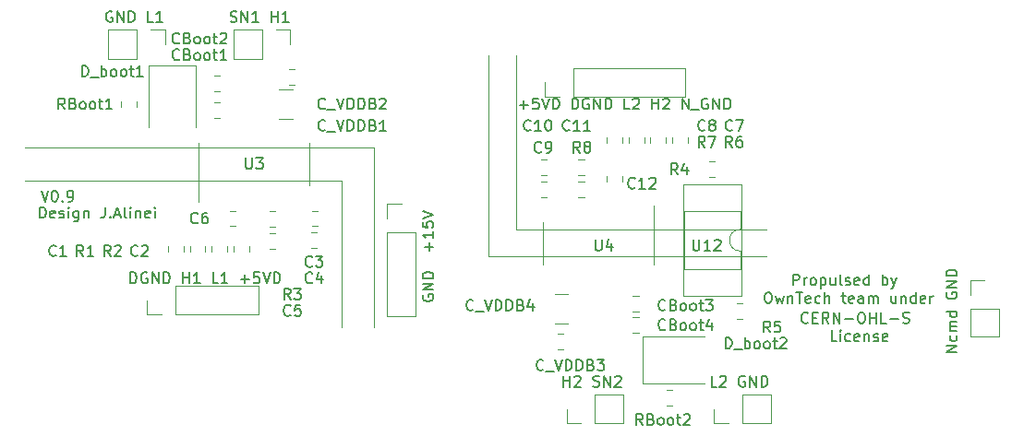
<source format=gto>
%TF.GenerationSoftware,KiCad,Pcbnew,5.1.6-c6e7f7d~86~ubuntu20.04.1*%
%TF.CreationDate,2020-09-07T12:10:57+02:00*%
%TF.ProjectId,Driver,44726976-6572-42e6-9b69-6361645f7063,rev?*%
%TF.SameCoordinates,Original*%
%TF.FileFunction,Legend,Top*%
%TF.FilePolarity,Positive*%
%FSLAX46Y46*%
G04 Gerber Fmt 4.6, Leading zero omitted, Abs format (unit mm)*
G04 Created by KiCad (PCBNEW 5.1.6-c6e7f7d~86~ubuntu20.04.1) date 2020-09-07 12:10:57*
%MOMM*%
%LPD*%
G01*
G04 APERTURE LIST*
%ADD10C,0.150000*%
%ADD11C,0.120000*%
G04 APERTURE END LIST*
D10*
X30476190Y-128452380D02*
X30809523Y-129452380D01*
X31142857Y-128452380D01*
X31666666Y-128452380D02*
X31761904Y-128452380D01*
X31857142Y-128500000D01*
X31904761Y-128547619D01*
X31952380Y-128642857D01*
X32000000Y-128833333D01*
X32000000Y-129071428D01*
X31952380Y-129261904D01*
X31904761Y-129357142D01*
X31857142Y-129404761D01*
X31761904Y-129452380D01*
X31666666Y-129452380D01*
X31571428Y-129404761D01*
X31523809Y-129357142D01*
X31476190Y-129261904D01*
X31428571Y-129071428D01*
X31428571Y-128833333D01*
X31476190Y-128642857D01*
X31523809Y-128547619D01*
X31571428Y-128500000D01*
X31666666Y-128452380D01*
X32428571Y-129357142D02*
X32476190Y-129404761D01*
X32428571Y-129452380D01*
X32380952Y-129404761D01*
X32428571Y-129357142D01*
X32428571Y-129452380D01*
X32952380Y-129452380D02*
X33142857Y-129452380D01*
X33238095Y-129404761D01*
X33285714Y-129357142D01*
X33380952Y-129214285D01*
X33428571Y-129023809D01*
X33428571Y-128642857D01*
X33380952Y-128547619D01*
X33333333Y-128500000D01*
X33238095Y-128452380D01*
X33047619Y-128452380D01*
X32952380Y-128500000D01*
X32904761Y-128547619D01*
X32857142Y-128642857D01*
X32857142Y-128880952D01*
X32904761Y-128976190D01*
X32952380Y-129023809D01*
X33047619Y-129071428D01*
X33238095Y-129071428D01*
X33333333Y-129023809D01*
X33380952Y-128976190D01*
X33428571Y-128880952D01*
X30333333Y-130952380D02*
X30333333Y-129952380D01*
X30571428Y-129952380D01*
X30714285Y-130000000D01*
X30809523Y-130095238D01*
X30857142Y-130190476D01*
X30904761Y-130380952D01*
X30904761Y-130523809D01*
X30857142Y-130714285D01*
X30809523Y-130809523D01*
X30714285Y-130904761D01*
X30571428Y-130952380D01*
X30333333Y-130952380D01*
X31714285Y-130904761D02*
X31619047Y-130952380D01*
X31428571Y-130952380D01*
X31333333Y-130904761D01*
X31285714Y-130809523D01*
X31285714Y-130428571D01*
X31333333Y-130333333D01*
X31428571Y-130285714D01*
X31619047Y-130285714D01*
X31714285Y-130333333D01*
X31761904Y-130428571D01*
X31761904Y-130523809D01*
X31285714Y-130619047D01*
X32142857Y-130904761D02*
X32238095Y-130952380D01*
X32428571Y-130952380D01*
X32523809Y-130904761D01*
X32571428Y-130809523D01*
X32571428Y-130761904D01*
X32523809Y-130666666D01*
X32428571Y-130619047D01*
X32285714Y-130619047D01*
X32190476Y-130571428D01*
X32142857Y-130476190D01*
X32142857Y-130428571D01*
X32190476Y-130333333D01*
X32285714Y-130285714D01*
X32428571Y-130285714D01*
X32523809Y-130333333D01*
X33000000Y-130952380D02*
X33000000Y-130285714D01*
X33000000Y-129952380D02*
X32952380Y-130000000D01*
X33000000Y-130047619D01*
X33047619Y-130000000D01*
X33000000Y-129952380D01*
X33000000Y-130047619D01*
X33904761Y-130285714D02*
X33904761Y-131095238D01*
X33857142Y-131190476D01*
X33809523Y-131238095D01*
X33714285Y-131285714D01*
X33571428Y-131285714D01*
X33476190Y-131238095D01*
X33904761Y-130904761D02*
X33809523Y-130952380D01*
X33619047Y-130952380D01*
X33523809Y-130904761D01*
X33476190Y-130857142D01*
X33428571Y-130761904D01*
X33428571Y-130476190D01*
X33476190Y-130380952D01*
X33523809Y-130333333D01*
X33619047Y-130285714D01*
X33809523Y-130285714D01*
X33904761Y-130333333D01*
X34380952Y-130285714D02*
X34380952Y-130952380D01*
X34380952Y-130380952D02*
X34428571Y-130333333D01*
X34523809Y-130285714D01*
X34666666Y-130285714D01*
X34761904Y-130333333D01*
X34809523Y-130428571D01*
X34809523Y-130952380D01*
X36333333Y-129952380D02*
X36333333Y-130666666D01*
X36285714Y-130809523D01*
X36190476Y-130904761D01*
X36047619Y-130952380D01*
X35952380Y-130952380D01*
X36809523Y-130857142D02*
X36857142Y-130904761D01*
X36809523Y-130952380D01*
X36761904Y-130904761D01*
X36809523Y-130857142D01*
X36809523Y-130952380D01*
X37238095Y-130666666D02*
X37714285Y-130666666D01*
X37142857Y-130952380D02*
X37476190Y-129952380D01*
X37809523Y-130952380D01*
X38285714Y-130952380D02*
X38190476Y-130904761D01*
X38142857Y-130809523D01*
X38142857Y-129952380D01*
X38666666Y-130952380D02*
X38666666Y-130285714D01*
X38666666Y-129952380D02*
X38619047Y-130000000D01*
X38666666Y-130047619D01*
X38714285Y-130000000D01*
X38666666Y-129952380D01*
X38666666Y-130047619D01*
X39142857Y-130285714D02*
X39142857Y-130952380D01*
X39142857Y-130380952D02*
X39190476Y-130333333D01*
X39285714Y-130285714D01*
X39428571Y-130285714D01*
X39523809Y-130333333D01*
X39571428Y-130428571D01*
X39571428Y-130952380D01*
X40428571Y-130904761D02*
X40333333Y-130952380D01*
X40142857Y-130952380D01*
X40047619Y-130904761D01*
X40000000Y-130809523D01*
X40000000Y-130428571D01*
X40047619Y-130333333D01*
X40142857Y-130285714D01*
X40333333Y-130285714D01*
X40428571Y-130333333D01*
X40476190Y-130428571D01*
X40476190Y-130523809D01*
X40000000Y-130619047D01*
X40904761Y-130952380D02*
X40904761Y-130285714D01*
X40904761Y-129952380D02*
X40857142Y-130000000D01*
X40904761Y-130047619D01*
X40952380Y-130000000D01*
X40904761Y-129952380D01*
X40904761Y-130047619D01*
X100785714Y-140532142D02*
X100738095Y-140579761D01*
X100595238Y-140627380D01*
X100500000Y-140627380D01*
X100357142Y-140579761D01*
X100261904Y-140484523D01*
X100214285Y-140389285D01*
X100166666Y-140198809D01*
X100166666Y-140055952D01*
X100214285Y-139865476D01*
X100261904Y-139770238D01*
X100357142Y-139675000D01*
X100500000Y-139627380D01*
X100595238Y-139627380D01*
X100738095Y-139675000D01*
X100785714Y-139722619D01*
X101214285Y-140103571D02*
X101547619Y-140103571D01*
X101690476Y-140627380D02*
X101214285Y-140627380D01*
X101214285Y-139627380D01*
X101690476Y-139627380D01*
X102690476Y-140627380D02*
X102357142Y-140151190D01*
X102119047Y-140627380D02*
X102119047Y-139627380D01*
X102500000Y-139627380D01*
X102595238Y-139675000D01*
X102642857Y-139722619D01*
X102690476Y-139817857D01*
X102690476Y-139960714D01*
X102642857Y-140055952D01*
X102595238Y-140103571D01*
X102500000Y-140151190D01*
X102119047Y-140151190D01*
X103119047Y-140627380D02*
X103119047Y-139627380D01*
X103690476Y-140627380D01*
X103690476Y-139627380D01*
X104166666Y-140246428D02*
X104928571Y-140246428D01*
X105595238Y-139627380D02*
X105785714Y-139627380D01*
X105880952Y-139675000D01*
X105976190Y-139770238D01*
X106023809Y-139960714D01*
X106023809Y-140294047D01*
X105976190Y-140484523D01*
X105880952Y-140579761D01*
X105785714Y-140627380D01*
X105595238Y-140627380D01*
X105500000Y-140579761D01*
X105404761Y-140484523D01*
X105357142Y-140294047D01*
X105357142Y-139960714D01*
X105404761Y-139770238D01*
X105500000Y-139675000D01*
X105595238Y-139627380D01*
X106452380Y-140627380D02*
X106452380Y-139627380D01*
X106452380Y-140103571D02*
X107023809Y-140103571D01*
X107023809Y-140627380D02*
X107023809Y-139627380D01*
X107976190Y-140627380D02*
X107500000Y-140627380D01*
X107500000Y-139627380D01*
X108309523Y-140246428D02*
X109071428Y-140246428D01*
X109500000Y-140579761D02*
X109642857Y-140627380D01*
X109880952Y-140627380D01*
X109976190Y-140579761D01*
X110023809Y-140532142D01*
X110071428Y-140436904D01*
X110071428Y-140341666D01*
X110023809Y-140246428D01*
X109976190Y-140198809D01*
X109880952Y-140151190D01*
X109690476Y-140103571D01*
X109595238Y-140055952D01*
X109547619Y-140008333D01*
X109500000Y-139913095D01*
X109500000Y-139817857D01*
X109547619Y-139722619D01*
X109595238Y-139675000D01*
X109690476Y-139627380D01*
X109928571Y-139627380D01*
X110071428Y-139675000D01*
X103428571Y-142277380D02*
X102952380Y-142277380D01*
X102952380Y-141277380D01*
X103761904Y-142277380D02*
X103761904Y-141610714D01*
X103761904Y-141277380D02*
X103714285Y-141325000D01*
X103761904Y-141372619D01*
X103809523Y-141325000D01*
X103761904Y-141277380D01*
X103761904Y-141372619D01*
X104666666Y-142229761D02*
X104571428Y-142277380D01*
X104380952Y-142277380D01*
X104285714Y-142229761D01*
X104238095Y-142182142D01*
X104190476Y-142086904D01*
X104190476Y-141801190D01*
X104238095Y-141705952D01*
X104285714Y-141658333D01*
X104380952Y-141610714D01*
X104571428Y-141610714D01*
X104666666Y-141658333D01*
X105476190Y-142229761D02*
X105380952Y-142277380D01*
X105190476Y-142277380D01*
X105095238Y-142229761D01*
X105047619Y-142134523D01*
X105047619Y-141753571D01*
X105095238Y-141658333D01*
X105190476Y-141610714D01*
X105380952Y-141610714D01*
X105476190Y-141658333D01*
X105523809Y-141753571D01*
X105523809Y-141848809D01*
X105047619Y-141944047D01*
X105952380Y-141610714D02*
X105952380Y-142277380D01*
X105952380Y-141705952D02*
X106000000Y-141658333D01*
X106095238Y-141610714D01*
X106238095Y-141610714D01*
X106333333Y-141658333D01*
X106380952Y-141753571D01*
X106380952Y-142277380D01*
X106809523Y-142229761D02*
X106904761Y-142277380D01*
X107095238Y-142277380D01*
X107190476Y-142229761D01*
X107238095Y-142134523D01*
X107238095Y-142086904D01*
X107190476Y-141991666D01*
X107095238Y-141944047D01*
X106952380Y-141944047D01*
X106857142Y-141896428D01*
X106809523Y-141801190D01*
X106809523Y-141753571D01*
X106857142Y-141658333D01*
X106952380Y-141610714D01*
X107095238Y-141610714D01*
X107190476Y-141658333D01*
X108047619Y-142229761D02*
X107952380Y-142277380D01*
X107761904Y-142277380D01*
X107666666Y-142229761D01*
X107619047Y-142134523D01*
X107619047Y-141753571D01*
X107666666Y-141658333D01*
X107761904Y-141610714D01*
X107952380Y-141610714D01*
X108047619Y-141658333D01*
X108095238Y-141753571D01*
X108095238Y-141848809D01*
X107619047Y-141944047D01*
X99428571Y-137127380D02*
X99428571Y-136127380D01*
X99809523Y-136127380D01*
X99904761Y-136175000D01*
X99952380Y-136222619D01*
X100000000Y-136317857D01*
X100000000Y-136460714D01*
X99952380Y-136555952D01*
X99904761Y-136603571D01*
X99809523Y-136651190D01*
X99428571Y-136651190D01*
X100428571Y-137127380D02*
X100428571Y-136460714D01*
X100428571Y-136651190D02*
X100476190Y-136555952D01*
X100523809Y-136508333D01*
X100619047Y-136460714D01*
X100714285Y-136460714D01*
X101190476Y-137127380D02*
X101095238Y-137079761D01*
X101047619Y-137032142D01*
X101000000Y-136936904D01*
X101000000Y-136651190D01*
X101047619Y-136555952D01*
X101095238Y-136508333D01*
X101190476Y-136460714D01*
X101333333Y-136460714D01*
X101428571Y-136508333D01*
X101476190Y-136555952D01*
X101523809Y-136651190D01*
X101523809Y-136936904D01*
X101476190Y-137032142D01*
X101428571Y-137079761D01*
X101333333Y-137127380D01*
X101190476Y-137127380D01*
X101952380Y-136460714D02*
X101952380Y-137460714D01*
X101952380Y-136508333D02*
X102047619Y-136460714D01*
X102238095Y-136460714D01*
X102333333Y-136508333D01*
X102380952Y-136555952D01*
X102428571Y-136651190D01*
X102428571Y-136936904D01*
X102380952Y-137032142D01*
X102333333Y-137079761D01*
X102238095Y-137127380D01*
X102047619Y-137127380D01*
X101952380Y-137079761D01*
X103285714Y-136460714D02*
X103285714Y-137127380D01*
X102857142Y-136460714D02*
X102857142Y-136984523D01*
X102904761Y-137079761D01*
X103000000Y-137127380D01*
X103142857Y-137127380D01*
X103238095Y-137079761D01*
X103285714Y-137032142D01*
X103904761Y-137127380D02*
X103809523Y-137079761D01*
X103761904Y-136984523D01*
X103761904Y-136127380D01*
X104238095Y-137079761D02*
X104333333Y-137127380D01*
X104523809Y-137127380D01*
X104619047Y-137079761D01*
X104666666Y-136984523D01*
X104666666Y-136936904D01*
X104619047Y-136841666D01*
X104523809Y-136794047D01*
X104380952Y-136794047D01*
X104285714Y-136746428D01*
X104238095Y-136651190D01*
X104238095Y-136603571D01*
X104285714Y-136508333D01*
X104380952Y-136460714D01*
X104523809Y-136460714D01*
X104619047Y-136508333D01*
X105476190Y-137079761D02*
X105380952Y-137127380D01*
X105190476Y-137127380D01*
X105095238Y-137079761D01*
X105047619Y-136984523D01*
X105047619Y-136603571D01*
X105095238Y-136508333D01*
X105190476Y-136460714D01*
X105380952Y-136460714D01*
X105476190Y-136508333D01*
X105523809Y-136603571D01*
X105523809Y-136698809D01*
X105047619Y-136794047D01*
X106380952Y-137127380D02*
X106380952Y-136127380D01*
X106380952Y-137079761D02*
X106285714Y-137127380D01*
X106095238Y-137127380D01*
X106000000Y-137079761D01*
X105952380Y-137032142D01*
X105904761Y-136936904D01*
X105904761Y-136651190D01*
X105952380Y-136555952D01*
X106000000Y-136508333D01*
X106095238Y-136460714D01*
X106285714Y-136460714D01*
X106380952Y-136508333D01*
X107619047Y-137127380D02*
X107619047Y-136127380D01*
X107619047Y-136508333D02*
X107714285Y-136460714D01*
X107904761Y-136460714D01*
X108000000Y-136508333D01*
X108047619Y-136555952D01*
X108095238Y-136651190D01*
X108095238Y-136936904D01*
X108047619Y-137032142D01*
X108000000Y-137079761D01*
X107904761Y-137127380D01*
X107714285Y-137127380D01*
X107619047Y-137079761D01*
X108428571Y-136460714D02*
X108666666Y-137127380D01*
X108904761Y-136460714D02*
X108666666Y-137127380D01*
X108571428Y-137365476D01*
X108523809Y-137413095D01*
X108428571Y-137460714D01*
X97047619Y-137777380D02*
X97238095Y-137777380D01*
X97333333Y-137825000D01*
X97428571Y-137920238D01*
X97476190Y-138110714D01*
X97476190Y-138444047D01*
X97428571Y-138634523D01*
X97333333Y-138729761D01*
X97238095Y-138777380D01*
X97047619Y-138777380D01*
X96952380Y-138729761D01*
X96857142Y-138634523D01*
X96809523Y-138444047D01*
X96809523Y-138110714D01*
X96857142Y-137920238D01*
X96952380Y-137825000D01*
X97047619Y-137777380D01*
X97809523Y-138110714D02*
X98000000Y-138777380D01*
X98190476Y-138301190D01*
X98380952Y-138777380D01*
X98571428Y-138110714D01*
X98952380Y-138110714D02*
X98952380Y-138777380D01*
X98952380Y-138205952D02*
X99000000Y-138158333D01*
X99095238Y-138110714D01*
X99238095Y-138110714D01*
X99333333Y-138158333D01*
X99380952Y-138253571D01*
X99380952Y-138777380D01*
X99714285Y-137777380D02*
X100285714Y-137777380D01*
X100000000Y-138777380D02*
X100000000Y-137777380D01*
X101000000Y-138729761D02*
X100904761Y-138777380D01*
X100714285Y-138777380D01*
X100619047Y-138729761D01*
X100571428Y-138634523D01*
X100571428Y-138253571D01*
X100619047Y-138158333D01*
X100714285Y-138110714D01*
X100904761Y-138110714D01*
X101000000Y-138158333D01*
X101047619Y-138253571D01*
X101047619Y-138348809D01*
X100571428Y-138444047D01*
X101904761Y-138729761D02*
X101809523Y-138777380D01*
X101619047Y-138777380D01*
X101523809Y-138729761D01*
X101476190Y-138682142D01*
X101428571Y-138586904D01*
X101428571Y-138301190D01*
X101476190Y-138205952D01*
X101523809Y-138158333D01*
X101619047Y-138110714D01*
X101809523Y-138110714D01*
X101904761Y-138158333D01*
X102333333Y-138777380D02*
X102333333Y-137777380D01*
X102761904Y-138777380D02*
X102761904Y-138253571D01*
X102714285Y-138158333D01*
X102619047Y-138110714D01*
X102476190Y-138110714D01*
X102380952Y-138158333D01*
X102333333Y-138205952D01*
X103857142Y-138110714D02*
X104238095Y-138110714D01*
X104000000Y-137777380D02*
X104000000Y-138634523D01*
X104047619Y-138729761D01*
X104142857Y-138777380D01*
X104238095Y-138777380D01*
X104952380Y-138729761D02*
X104857142Y-138777380D01*
X104666666Y-138777380D01*
X104571428Y-138729761D01*
X104523809Y-138634523D01*
X104523809Y-138253571D01*
X104571428Y-138158333D01*
X104666666Y-138110714D01*
X104857142Y-138110714D01*
X104952380Y-138158333D01*
X105000000Y-138253571D01*
X105000000Y-138348809D01*
X104523809Y-138444047D01*
X105857142Y-138777380D02*
X105857142Y-138253571D01*
X105809523Y-138158333D01*
X105714285Y-138110714D01*
X105523809Y-138110714D01*
X105428571Y-138158333D01*
X105857142Y-138729761D02*
X105761904Y-138777380D01*
X105523809Y-138777380D01*
X105428571Y-138729761D01*
X105380952Y-138634523D01*
X105380952Y-138539285D01*
X105428571Y-138444047D01*
X105523809Y-138396428D01*
X105761904Y-138396428D01*
X105857142Y-138348809D01*
X106333333Y-138777380D02*
X106333333Y-138110714D01*
X106333333Y-138205952D02*
X106380952Y-138158333D01*
X106476190Y-138110714D01*
X106619047Y-138110714D01*
X106714285Y-138158333D01*
X106761904Y-138253571D01*
X106761904Y-138777380D01*
X106761904Y-138253571D02*
X106809523Y-138158333D01*
X106904761Y-138110714D01*
X107047619Y-138110714D01*
X107142857Y-138158333D01*
X107190476Y-138253571D01*
X107190476Y-138777380D01*
X108857142Y-138110714D02*
X108857142Y-138777380D01*
X108428571Y-138110714D02*
X108428571Y-138634523D01*
X108476190Y-138729761D01*
X108571428Y-138777380D01*
X108714285Y-138777380D01*
X108809523Y-138729761D01*
X108857142Y-138682142D01*
X109333333Y-138110714D02*
X109333333Y-138777380D01*
X109333333Y-138205952D02*
X109380952Y-138158333D01*
X109476190Y-138110714D01*
X109619047Y-138110714D01*
X109714285Y-138158333D01*
X109761904Y-138253571D01*
X109761904Y-138777380D01*
X110666666Y-138777380D02*
X110666666Y-137777380D01*
X110666666Y-138729761D02*
X110571428Y-138777380D01*
X110380952Y-138777380D01*
X110285714Y-138729761D01*
X110238095Y-138682142D01*
X110190476Y-138586904D01*
X110190476Y-138301190D01*
X110238095Y-138205952D01*
X110285714Y-138158333D01*
X110380952Y-138110714D01*
X110571428Y-138110714D01*
X110666666Y-138158333D01*
X111523809Y-138729761D02*
X111428571Y-138777380D01*
X111238095Y-138777380D01*
X111142857Y-138729761D01*
X111095238Y-138634523D01*
X111095238Y-138253571D01*
X111142857Y-138158333D01*
X111238095Y-138110714D01*
X111428571Y-138110714D01*
X111523809Y-138158333D01*
X111571428Y-138253571D01*
X111571428Y-138348809D01*
X111095238Y-138444047D01*
X112000000Y-138777380D02*
X112000000Y-138110714D01*
X112000000Y-138301190D02*
X112047619Y-138205952D01*
X112095238Y-138158333D01*
X112190476Y-138110714D01*
X112285714Y-138110714D01*
D11*
X61000000Y-124500000D02*
X61000000Y-141000000D01*
X58000000Y-127500000D02*
X58000000Y-141000000D01*
X29000000Y-124500000D02*
X61000000Y-124500000D01*
X29000000Y-127500000D02*
X58000000Y-127500000D01*
X71500000Y-134500000D02*
X71500000Y-116000000D01*
X74000000Y-132000000D02*
X74000000Y-116000000D01*
X97000000Y-134500000D02*
X71500000Y-134500000D01*
X97000000Y-132000000D02*
X74000000Y-132000000D01*
%TO.C,D_boot2*%
X85600000Y-141850000D02*
X85600000Y-146150000D01*
X85600000Y-146150000D02*
X91300000Y-146150000D01*
X85600000Y-141850000D02*
X91300000Y-141850000D01*
%TO.C,D_boot1*%
X44650000Y-116950000D02*
X40350000Y-116950000D01*
X40350000Y-116950000D02*
X40350000Y-122650000D01*
X44650000Y-116950000D02*
X44650000Y-122650000D01*
%TO.C,J2*%
X42770000Y-139830000D02*
X50450000Y-139830000D01*
X40170000Y-139830000D02*
X40170000Y-138500000D01*
X42770000Y-139830000D02*
X42770000Y-137170000D01*
X42770000Y-137170000D02*
X50450000Y-137170000D01*
X41500000Y-139830000D02*
X40170000Y-139830000D01*
X50450000Y-139830000D02*
X50450000Y-137170000D01*
X76670000Y-119830000D02*
X76670000Y-118500000D01*
X78000000Y-119830000D02*
X76670000Y-119830000D01*
X79270000Y-119830000D02*
X79270000Y-117170000D01*
X79270000Y-117170000D02*
X89490000Y-117170000D01*
X79270000Y-119830000D02*
X89490000Y-119830000D01*
X89490000Y-119830000D02*
X89490000Y-117170000D01*
X62170000Y-132270000D02*
X62170000Y-139950000D01*
X62170000Y-129670000D02*
X63500000Y-129670000D01*
X62170000Y-132270000D02*
X64830000Y-132270000D01*
X64830000Y-132270000D02*
X64830000Y-139950000D01*
X62170000Y-131000000D02*
X62170000Y-129670000D01*
X62170000Y-139950000D02*
X64830000Y-139950000D01*
%TO.C,J1*%
X115670000Y-141870000D02*
X118330000Y-141870000D01*
X115670000Y-136670000D02*
X117000000Y-136670000D01*
X115670000Y-138000000D02*
X115670000Y-136670000D01*
X115670000Y-139270000D02*
X118330000Y-139270000D01*
X118330000Y-139270000D02*
X118330000Y-141870000D01*
X115670000Y-139270000D02*
X115670000Y-141870000D01*
X48130000Y-113670000D02*
X48130000Y-116330000D01*
X53330000Y-113670000D02*
X53330000Y-115000000D01*
X52000000Y-113670000D02*
X53330000Y-113670000D01*
X50730000Y-113670000D02*
X50730000Y-116330000D01*
X50730000Y-116330000D02*
X48130000Y-116330000D01*
X50730000Y-113670000D02*
X48130000Y-113670000D01*
X36630000Y-113670000D02*
X36630000Y-116330000D01*
X41830000Y-113670000D02*
X41830000Y-115000000D01*
X40500000Y-113670000D02*
X41830000Y-113670000D01*
X39230000Y-113670000D02*
X39230000Y-116330000D01*
X39230000Y-116330000D02*
X36630000Y-116330000D01*
X39230000Y-113670000D02*
X36630000Y-113670000D01*
X83870000Y-149830000D02*
X83870000Y-147170000D01*
X78670000Y-149830000D02*
X78670000Y-148500000D01*
X80000000Y-149830000D02*
X78670000Y-149830000D01*
X81270000Y-149830000D02*
X81270000Y-147170000D01*
X81270000Y-147170000D02*
X83870000Y-147170000D01*
X81270000Y-149830000D02*
X83870000Y-149830000D01*
X97370000Y-149830000D02*
X97370000Y-147170000D01*
X92170000Y-149830000D02*
X92170000Y-148500000D01*
X93500000Y-149830000D02*
X92170000Y-149830000D01*
X94770000Y-149830000D02*
X94770000Y-147170000D01*
X94770000Y-147170000D02*
X97370000Y-147170000D01*
X94770000Y-149830000D02*
X97370000Y-149830000D01*
%TO.C,U12*%
X94600000Y-132000000D02*
X94600000Y-130350000D01*
X94600000Y-130350000D02*
X89400000Y-130350000D01*
X89400000Y-130350000D02*
X89400000Y-135650000D01*
X89400000Y-135650000D02*
X94600000Y-135650000D01*
X94600000Y-135650000D02*
X94600000Y-134000000D01*
X94660000Y-127860000D02*
X89340000Y-127860000D01*
X89340000Y-127860000D02*
X89340000Y-138140000D01*
X89340000Y-138140000D02*
X94660000Y-138140000D01*
X94660000Y-138140000D02*
X94660000Y-127860000D01*
X94600000Y-134000000D02*
G75*
G02*
X94600000Y-132000000I0J1000000D01*
G01*
%TO.C,U4*%
X76500000Y-133305000D02*
X76500000Y-135255000D01*
X76500000Y-133305000D02*
X76500000Y-131355000D01*
X86620000Y-133305000D02*
X86620000Y-135255000D01*
X86620000Y-133305000D02*
X86620000Y-129855000D01*
%TO.C,U3*%
X55060000Y-126000000D02*
X55060000Y-124050000D01*
X55060000Y-126000000D02*
X55060000Y-127950000D01*
X44940000Y-126000000D02*
X44940000Y-124050000D01*
X44940000Y-126000000D02*
X44940000Y-129450000D01*
%TO.C,RBoot2*%
X88321078Y-148210000D02*
X87803922Y-148210000D01*
X88321078Y-146790000D02*
X87803922Y-146790000D01*
%TO.C,RBoot1*%
X37790000Y-120758578D02*
X37790000Y-120241422D01*
X39210000Y-120758578D02*
X39210000Y-120241422D01*
%TO.C,R8*%
X80256078Y-129015000D02*
X79738922Y-129015000D01*
X80256078Y-127595000D02*
X79738922Y-127595000D01*
%TO.C,R7*%
X85770000Y-123546422D02*
X85770000Y-124063578D01*
X84350000Y-123546422D02*
X84350000Y-124063578D01*
%TO.C,R6*%
X87770000Y-123546422D02*
X87770000Y-124063578D01*
X86350000Y-123546422D02*
X86350000Y-124063578D01*
%TO.C,R5*%
X94241422Y-138790000D02*
X94758578Y-138790000D01*
X94241422Y-140210000D02*
X94758578Y-140210000D01*
%TO.C,R4*%
X91741422Y-125790000D02*
X92258578Y-125790000D01*
X91741422Y-127210000D02*
X92258578Y-127210000D01*
%TO.C,R3*%
X51403922Y-130355000D02*
X51921078Y-130355000D01*
X51403922Y-131775000D02*
X51921078Y-131775000D01*
%TO.C,R2*%
X46115000Y-134038578D02*
X46115000Y-133521422D01*
X47535000Y-134038578D02*
X47535000Y-133521422D01*
%TO.C,R1*%
X44115000Y-134038578D02*
X44115000Y-133521422D01*
X45535000Y-134038578D02*
X45535000Y-133521422D01*
%TO.C,CBoot4*%
X85256078Y-141515000D02*
X84738922Y-141515000D01*
X85256078Y-140095000D02*
X84738922Y-140095000D01*
%TO.C,CBoot3*%
X85256078Y-139515000D02*
X84738922Y-139515000D01*
X85256078Y-138095000D02*
X84738922Y-138095000D01*
%TO.C,CBoot2*%
X46341422Y-117855000D02*
X46858578Y-117855000D01*
X46341422Y-119275000D02*
X46858578Y-119275000D01*
%TO.C,CBoot1*%
X46341422Y-120355000D02*
X46858578Y-120355000D01*
X46341422Y-121775000D02*
X46858578Y-121775000D01*
%TO.C,C_VDDB4*%
X78762064Y-140665000D02*
X77557936Y-140665000D01*
X78762064Y-137945000D02*
X77557936Y-137945000D01*
%TO.C,C_VDDB3*%
X78318578Y-143015000D02*
X77801422Y-143015000D01*
X78318578Y-141595000D02*
X77801422Y-141595000D01*
%TO.C,C_VDDB2*%
X52297936Y-119140000D02*
X53502064Y-119140000D01*
X52297936Y-121860000D02*
X53502064Y-121860000D01*
%TO.C,C_VDDB1*%
X53178922Y-117290000D02*
X53696078Y-117290000D01*
X53178922Y-118710000D02*
X53696078Y-118710000D01*
%TO.C,C12*%
X83770000Y-127108922D02*
X83770000Y-127626078D01*
X82350000Y-127108922D02*
X82350000Y-127626078D01*
%TO.C,C11*%
X79738922Y-125595000D02*
X80256078Y-125595000D01*
X79738922Y-127015000D02*
X80256078Y-127015000D01*
%TO.C,C10*%
X76301422Y-125595000D02*
X76818578Y-125595000D01*
X76301422Y-127015000D02*
X76818578Y-127015000D01*
%TO.C,C9*%
X76301422Y-127595000D02*
X76818578Y-127595000D01*
X76301422Y-129015000D02*
X76818578Y-129015000D01*
%TO.C,C8*%
X82350000Y-124063578D02*
X82350000Y-123546422D01*
X83770000Y-124063578D02*
X83770000Y-123546422D01*
%TO.C,C7*%
X89770000Y-123546422D02*
X89770000Y-124063578D01*
X88350000Y-123546422D02*
X88350000Y-124063578D01*
%TO.C,C6*%
X48321078Y-131710000D02*
X47803922Y-131710000D01*
X48321078Y-130290000D02*
X47803922Y-130290000D01*
%TO.C,C5*%
X51921078Y-133775000D02*
X51403922Y-133775000D01*
X51921078Y-132355000D02*
X51403922Y-132355000D01*
%TO.C,C4*%
X55758578Y-133710000D02*
X55241422Y-133710000D01*
X55758578Y-132290000D02*
X55241422Y-132290000D01*
%TO.C,C3*%
X55796078Y-131710000D02*
X55278922Y-131710000D01*
X55796078Y-130290000D02*
X55278922Y-130290000D01*
%TO.C,C2*%
X49535000Y-133521422D02*
X49535000Y-134038578D01*
X48115000Y-133521422D02*
X48115000Y-134038578D01*
%TO.C,C1*%
X42115000Y-134038578D02*
X42115000Y-133521422D01*
X43535000Y-134038578D02*
X43535000Y-133521422D01*
%TO.C,D_boot2*%
D10*
X93238095Y-142952380D02*
X93238095Y-141952380D01*
X93476190Y-141952380D01*
X93619047Y-142000000D01*
X93714285Y-142095238D01*
X93761904Y-142190476D01*
X93809523Y-142380952D01*
X93809523Y-142523809D01*
X93761904Y-142714285D01*
X93714285Y-142809523D01*
X93619047Y-142904761D01*
X93476190Y-142952380D01*
X93238095Y-142952380D01*
X94000000Y-143047619D02*
X94761904Y-143047619D01*
X95000000Y-142952380D02*
X95000000Y-141952380D01*
X95000000Y-142333333D02*
X95095238Y-142285714D01*
X95285714Y-142285714D01*
X95380952Y-142333333D01*
X95428571Y-142380952D01*
X95476190Y-142476190D01*
X95476190Y-142761904D01*
X95428571Y-142857142D01*
X95380952Y-142904761D01*
X95285714Y-142952380D01*
X95095238Y-142952380D01*
X95000000Y-142904761D01*
X96047619Y-142952380D02*
X95952380Y-142904761D01*
X95904761Y-142857142D01*
X95857142Y-142761904D01*
X95857142Y-142476190D01*
X95904761Y-142380952D01*
X95952380Y-142333333D01*
X96047619Y-142285714D01*
X96190476Y-142285714D01*
X96285714Y-142333333D01*
X96333333Y-142380952D01*
X96380952Y-142476190D01*
X96380952Y-142761904D01*
X96333333Y-142857142D01*
X96285714Y-142904761D01*
X96190476Y-142952380D01*
X96047619Y-142952380D01*
X96952380Y-142952380D02*
X96857142Y-142904761D01*
X96809523Y-142857142D01*
X96761904Y-142761904D01*
X96761904Y-142476190D01*
X96809523Y-142380952D01*
X96857142Y-142333333D01*
X96952380Y-142285714D01*
X97095238Y-142285714D01*
X97190476Y-142333333D01*
X97238095Y-142380952D01*
X97285714Y-142476190D01*
X97285714Y-142761904D01*
X97238095Y-142857142D01*
X97190476Y-142904761D01*
X97095238Y-142952380D01*
X96952380Y-142952380D01*
X97571428Y-142285714D02*
X97952380Y-142285714D01*
X97714285Y-141952380D02*
X97714285Y-142809523D01*
X97761904Y-142904761D01*
X97857142Y-142952380D01*
X97952380Y-142952380D01*
X98238095Y-142047619D02*
X98285714Y-142000000D01*
X98380952Y-141952380D01*
X98619047Y-141952380D01*
X98714285Y-142000000D01*
X98761904Y-142047619D01*
X98809523Y-142142857D01*
X98809523Y-142238095D01*
X98761904Y-142380952D01*
X98190476Y-142952380D01*
X98809523Y-142952380D01*
%TO.C,D_boot1*%
X34238095Y-117952380D02*
X34238095Y-116952380D01*
X34476190Y-116952380D01*
X34619047Y-117000000D01*
X34714285Y-117095238D01*
X34761904Y-117190476D01*
X34809523Y-117380952D01*
X34809523Y-117523809D01*
X34761904Y-117714285D01*
X34714285Y-117809523D01*
X34619047Y-117904761D01*
X34476190Y-117952380D01*
X34238095Y-117952380D01*
X35000000Y-118047619D02*
X35761904Y-118047619D01*
X36000000Y-117952380D02*
X36000000Y-116952380D01*
X36000000Y-117333333D02*
X36095238Y-117285714D01*
X36285714Y-117285714D01*
X36380952Y-117333333D01*
X36428571Y-117380952D01*
X36476190Y-117476190D01*
X36476190Y-117761904D01*
X36428571Y-117857142D01*
X36380952Y-117904761D01*
X36285714Y-117952380D01*
X36095238Y-117952380D01*
X36000000Y-117904761D01*
X37047619Y-117952380D02*
X36952380Y-117904761D01*
X36904761Y-117857142D01*
X36857142Y-117761904D01*
X36857142Y-117476190D01*
X36904761Y-117380952D01*
X36952380Y-117333333D01*
X37047619Y-117285714D01*
X37190476Y-117285714D01*
X37285714Y-117333333D01*
X37333333Y-117380952D01*
X37380952Y-117476190D01*
X37380952Y-117761904D01*
X37333333Y-117857142D01*
X37285714Y-117904761D01*
X37190476Y-117952380D01*
X37047619Y-117952380D01*
X37952380Y-117952380D02*
X37857142Y-117904761D01*
X37809523Y-117857142D01*
X37761904Y-117761904D01*
X37761904Y-117476190D01*
X37809523Y-117380952D01*
X37857142Y-117333333D01*
X37952380Y-117285714D01*
X38095238Y-117285714D01*
X38190476Y-117333333D01*
X38238095Y-117380952D01*
X38285714Y-117476190D01*
X38285714Y-117761904D01*
X38238095Y-117857142D01*
X38190476Y-117904761D01*
X38095238Y-117952380D01*
X37952380Y-117952380D01*
X38571428Y-117285714D02*
X38952380Y-117285714D01*
X38714285Y-116952380D02*
X38714285Y-117809523D01*
X38761904Y-117904761D01*
X38857142Y-117952380D01*
X38952380Y-117952380D01*
X39809523Y-117952380D02*
X39238095Y-117952380D01*
X39523809Y-117952380D02*
X39523809Y-116952380D01*
X39428571Y-117095238D01*
X39333333Y-117190476D01*
X39238095Y-117238095D01*
%TO.C,J2*%
X65500000Y-138023809D02*
X65452380Y-138119047D01*
X65452380Y-138261904D01*
X65500000Y-138404761D01*
X65595238Y-138500000D01*
X65690476Y-138547619D01*
X65880952Y-138595238D01*
X66023809Y-138595238D01*
X66214285Y-138547619D01*
X66309523Y-138500000D01*
X66404761Y-138404761D01*
X66452380Y-138261904D01*
X66452380Y-138166666D01*
X66404761Y-138023809D01*
X66357142Y-137976190D01*
X66023809Y-137976190D01*
X66023809Y-138166666D01*
X66452380Y-137547619D02*
X65452380Y-137547619D01*
X66452380Y-136976190D01*
X65452380Y-136976190D01*
X66452380Y-136500000D02*
X65452380Y-136500000D01*
X65452380Y-136261904D01*
X65500000Y-136119047D01*
X65595238Y-136023809D01*
X65690476Y-135976190D01*
X65880952Y-135928571D01*
X66023809Y-135928571D01*
X66214285Y-135976190D01*
X66309523Y-136023809D01*
X66404761Y-136119047D01*
X66452380Y-136261904D01*
X66452380Y-136500000D01*
X66071428Y-133976190D02*
X66071428Y-133214285D01*
X66452380Y-133595238D02*
X65690476Y-133595238D01*
X66452380Y-132214285D02*
X66452380Y-132785714D01*
X66452380Y-132500000D02*
X65452380Y-132500000D01*
X65595238Y-132595238D01*
X65690476Y-132690476D01*
X65738095Y-132785714D01*
X65452380Y-131309523D02*
X65452380Y-131785714D01*
X65928571Y-131833333D01*
X65880952Y-131785714D01*
X65833333Y-131690476D01*
X65833333Y-131452380D01*
X65880952Y-131357142D01*
X65928571Y-131309523D01*
X66023809Y-131261904D01*
X66261904Y-131261904D01*
X66357142Y-131309523D01*
X66404761Y-131357142D01*
X66452380Y-131452380D01*
X66452380Y-131690476D01*
X66404761Y-131785714D01*
X66357142Y-131833333D01*
X65452380Y-130976190D02*
X66452380Y-130642857D01*
X65452380Y-130309523D01*
X38666666Y-136952380D02*
X38666666Y-135952380D01*
X38904761Y-135952380D01*
X39047619Y-136000000D01*
X39142857Y-136095238D01*
X39190476Y-136190476D01*
X39238095Y-136380952D01*
X39238095Y-136523809D01*
X39190476Y-136714285D01*
X39142857Y-136809523D01*
X39047619Y-136904761D01*
X38904761Y-136952380D01*
X38666666Y-136952380D01*
X40190476Y-136000000D02*
X40095238Y-135952380D01*
X39952380Y-135952380D01*
X39809523Y-136000000D01*
X39714285Y-136095238D01*
X39666666Y-136190476D01*
X39619047Y-136380952D01*
X39619047Y-136523809D01*
X39666666Y-136714285D01*
X39714285Y-136809523D01*
X39809523Y-136904761D01*
X39952380Y-136952380D01*
X40047619Y-136952380D01*
X40190476Y-136904761D01*
X40238095Y-136857142D01*
X40238095Y-136523809D01*
X40047619Y-136523809D01*
X40666666Y-136952380D02*
X40666666Y-135952380D01*
X41238095Y-136952380D01*
X41238095Y-135952380D01*
X41714285Y-136952380D02*
X41714285Y-135952380D01*
X41952380Y-135952380D01*
X42095238Y-136000000D01*
X42190476Y-136095238D01*
X42238095Y-136190476D01*
X42285714Y-136380952D01*
X42285714Y-136523809D01*
X42238095Y-136714285D01*
X42190476Y-136809523D01*
X42095238Y-136904761D01*
X41952380Y-136952380D01*
X41714285Y-136952380D01*
X43476190Y-136952380D02*
X43476190Y-135952380D01*
X43476190Y-136428571D02*
X44047619Y-136428571D01*
X44047619Y-136952380D02*
X44047619Y-135952380D01*
X45047619Y-136952380D02*
X44476190Y-136952380D01*
X44761904Y-136952380D02*
X44761904Y-135952380D01*
X44666666Y-136095238D01*
X44571428Y-136190476D01*
X44476190Y-136238095D01*
X46714285Y-136952380D02*
X46238095Y-136952380D01*
X46238095Y-135952380D01*
X47571428Y-136952380D02*
X47000000Y-136952380D01*
X47285714Y-136952380D02*
X47285714Y-135952380D01*
X47190476Y-136095238D01*
X47095238Y-136190476D01*
X47000000Y-136238095D01*
X48761904Y-136571428D02*
X49523809Y-136571428D01*
X49142857Y-136952380D02*
X49142857Y-136190476D01*
X50476190Y-135952380D02*
X50000000Y-135952380D01*
X49952380Y-136428571D01*
X50000000Y-136380952D01*
X50095238Y-136333333D01*
X50333333Y-136333333D01*
X50428571Y-136380952D01*
X50476190Y-136428571D01*
X50523809Y-136523809D01*
X50523809Y-136761904D01*
X50476190Y-136857142D01*
X50428571Y-136904761D01*
X50333333Y-136952380D01*
X50095238Y-136952380D01*
X50000000Y-136904761D01*
X49952380Y-136857142D01*
X50809523Y-135952380D02*
X51142857Y-136952380D01*
X51476190Y-135952380D01*
X51809523Y-136952380D02*
X51809523Y-135952380D01*
X52047619Y-135952380D01*
X52190476Y-136000000D01*
X52285714Y-136095238D01*
X52333333Y-136190476D01*
X52380952Y-136380952D01*
X52380952Y-136523809D01*
X52333333Y-136714285D01*
X52285714Y-136809523D01*
X52190476Y-136904761D01*
X52047619Y-136952380D01*
X51809523Y-136952380D01*
X74357142Y-120571428D02*
X75119047Y-120571428D01*
X74738095Y-120952380D02*
X74738095Y-120190476D01*
X76071428Y-119952380D02*
X75595238Y-119952380D01*
X75547619Y-120428571D01*
X75595238Y-120380952D01*
X75690476Y-120333333D01*
X75928571Y-120333333D01*
X76023809Y-120380952D01*
X76071428Y-120428571D01*
X76119047Y-120523809D01*
X76119047Y-120761904D01*
X76071428Y-120857142D01*
X76023809Y-120904761D01*
X75928571Y-120952380D01*
X75690476Y-120952380D01*
X75595238Y-120904761D01*
X75547619Y-120857142D01*
X76404761Y-119952380D02*
X76738095Y-120952380D01*
X77071428Y-119952380D01*
X77404761Y-120952380D02*
X77404761Y-119952380D01*
X77642857Y-119952380D01*
X77785714Y-120000000D01*
X77880952Y-120095238D01*
X77928571Y-120190476D01*
X77976190Y-120380952D01*
X77976190Y-120523809D01*
X77928571Y-120714285D01*
X77880952Y-120809523D01*
X77785714Y-120904761D01*
X77642857Y-120952380D01*
X77404761Y-120952380D01*
X79166666Y-120952380D02*
X79166666Y-119952380D01*
X79404761Y-119952380D01*
X79547619Y-120000000D01*
X79642857Y-120095238D01*
X79690476Y-120190476D01*
X79738095Y-120380952D01*
X79738095Y-120523809D01*
X79690476Y-120714285D01*
X79642857Y-120809523D01*
X79547619Y-120904761D01*
X79404761Y-120952380D01*
X79166666Y-120952380D01*
X80690476Y-120000000D02*
X80595238Y-119952380D01*
X80452380Y-119952380D01*
X80309523Y-120000000D01*
X80214285Y-120095238D01*
X80166666Y-120190476D01*
X80119047Y-120380952D01*
X80119047Y-120523809D01*
X80166666Y-120714285D01*
X80214285Y-120809523D01*
X80309523Y-120904761D01*
X80452380Y-120952380D01*
X80547619Y-120952380D01*
X80690476Y-120904761D01*
X80738095Y-120857142D01*
X80738095Y-120523809D01*
X80547619Y-120523809D01*
X81166666Y-120952380D02*
X81166666Y-119952380D01*
X81738095Y-120952380D01*
X81738095Y-119952380D01*
X82214285Y-120952380D02*
X82214285Y-119952380D01*
X82452380Y-119952380D01*
X82595238Y-120000000D01*
X82690476Y-120095238D01*
X82738095Y-120190476D01*
X82785714Y-120380952D01*
X82785714Y-120523809D01*
X82738095Y-120714285D01*
X82690476Y-120809523D01*
X82595238Y-120904761D01*
X82452380Y-120952380D01*
X82214285Y-120952380D01*
X84452380Y-120952380D02*
X83976190Y-120952380D01*
X83976190Y-119952380D01*
X84738095Y-120047619D02*
X84785714Y-120000000D01*
X84880952Y-119952380D01*
X85119047Y-119952380D01*
X85214285Y-120000000D01*
X85261904Y-120047619D01*
X85309523Y-120142857D01*
X85309523Y-120238095D01*
X85261904Y-120380952D01*
X84690476Y-120952380D01*
X85309523Y-120952380D01*
X86499999Y-120952380D02*
X86499999Y-119952380D01*
X86499999Y-120428571D02*
X87071428Y-120428571D01*
X87071428Y-120952380D02*
X87071428Y-119952380D01*
X87499999Y-120047619D02*
X87547619Y-120000000D01*
X87642857Y-119952380D01*
X87880952Y-119952380D01*
X87976190Y-120000000D01*
X88023809Y-120047619D01*
X88071428Y-120142857D01*
X88071428Y-120238095D01*
X88023809Y-120380952D01*
X87452380Y-120952380D01*
X88071428Y-120952380D01*
X89261904Y-120952380D02*
X89261904Y-119952380D01*
X89833333Y-120952380D01*
X89833333Y-119952380D01*
X90071428Y-121047619D02*
X90833333Y-121047619D01*
X91595238Y-120000000D02*
X91499999Y-119952380D01*
X91357142Y-119952380D01*
X91214285Y-120000000D01*
X91119047Y-120095238D01*
X91071428Y-120190476D01*
X91023809Y-120380952D01*
X91023809Y-120523809D01*
X91071428Y-120714285D01*
X91119047Y-120809523D01*
X91214285Y-120904761D01*
X91357142Y-120952380D01*
X91452380Y-120952380D01*
X91595238Y-120904761D01*
X91642857Y-120857142D01*
X91642857Y-120523809D01*
X91452380Y-120523809D01*
X92071428Y-120952380D02*
X92071428Y-119952380D01*
X92642857Y-120952380D01*
X92642857Y-119952380D01*
X93119047Y-120952380D02*
X93119047Y-119952380D01*
X93357142Y-119952380D01*
X93499999Y-120000000D01*
X93595238Y-120095238D01*
X93642857Y-120190476D01*
X93690476Y-120380952D01*
X93690476Y-120523809D01*
X93642857Y-120714285D01*
X93595238Y-120809523D01*
X93499999Y-120904761D01*
X93357142Y-120952380D01*
X93119047Y-120952380D01*
%TO.C,J1*%
X114452380Y-143238095D02*
X113452380Y-143238095D01*
X114452380Y-142666666D01*
X113452380Y-142666666D01*
X114404761Y-141761904D02*
X114452380Y-141857142D01*
X114452380Y-142047619D01*
X114404761Y-142142857D01*
X114357142Y-142190476D01*
X114261904Y-142238095D01*
X113976190Y-142238095D01*
X113880952Y-142190476D01*
X113833333Y-142142857D01*
X113785714Y-142047619D01*
X113785714Y-141857142D01*
X113833333Y-141761904D01*
X114452380Y-141333333D02*
X113785714Y-141333333D01*
X113880952Y-141333333D02*
X113833333Y-141285714D01*
X113785714Y-141190476D01*
X113785714Y-141047619D01*
X113833333Y-140952380D01*
X113928571Y-140904761D01*
X114452380Y-140904761D01*
X113928571Y-140904761D02*
X113833333Y-140857142D01*
X113785714Y-140761904D01*
X113785714Y-140619047D01*
X113833333Y-140523809D01*
X113928571Y-140476190D01*
X114452380Y-140476190D01*
X114452380Y-139571428D02*
X113452380Y-139571428D01*
X114404761Y-139571428D02*
X114452380Y-139666666D01*
X114452380Y-139857142D01*
X114404761Y-139952380D01*
X114357142Y-140000000D01*
X114261904Y-140047619D01*
X113976190Y-140047619D01*
X113880952Y-140000000D01*
X113833333Y-139952380D01*
X113785714Y-139857142D01*
X113785714Y-139666666D01*
X113833333Y-139571428D01*
X113500000Y-137809523D02*
X113452380Y-137904761D01*
X113452380Y-138047619D01*
X113500000Y-138190476D01*
X113595238Y-138285714D01*
X113690476Y-138333333D01*
X113880952Y-138380952D01*
X114023809Y-138380952D01*
X114214285Y-138333333D01*
X114309523Y-138285714D01*
X114404761Y-138190476D01*
X114452380Y-138047619D01*
X114452380Y-137952380D01*
X114404761Y-137809523D01*
X114357142Y-137761904D01*
X114023809Y-137761904D01*
X114023809Y-137952380D01*
X114452380Y-137333333D02*
X113452380Y-137333333D01*
X114452380Y-136761904D01*
X113452380Y-136761904D01*
X114452380Y-136285714D02*
X113452380Y-136285714D01*
X113452380Y-136047619D01*
X113500000Y-135904761D01*
X113595238Y-135809523D01*
X113690476Y-135761904D01*
X113880952Y-135714285D01*
X114023809Y-135714285D01*
X114214285Y-135761904D01*
X114309523Y-135809523D01*
X114404761Y-135904761D01*
X114452380Y-136047619D01*
X114452380Y-136285714D01*
X47833333Y-112904761D02*
X47976190Y-112952380D01*
X48214285Y-112952380D01*
X48309523Y-112904761D01*
X48357142Y-112857142D01*
X48404761Y-112761904D01*
X48404761Y-112666666D01*
X48357142Y-112571428D01*
X48309523Y-112523809D01*
X48214285Y-112476190D01*
X48023809Y-112428571D01*
X47928571Y-112380952D01*
X47880952Y-112333333D01*
X47833333Y-112238095D01*
X47833333Y-112142857D01*
X47880952Y-112047619D01*
X47928571Y-112000000D01*
X48023809Y-111952380D01*
X48261904Y-111952380D01*
X48404761Y-112000000D01*
X48833333Y-112952380D02*
X48833333Y-111952380D01*
X49404761Y-112952380D01*
X49404761Y-111952380D01*
X50404761Y-112952380D02*
X49833333Y-112952380D01*
X50119047Y-112952380D02*
X50119047Y-111952380D01*
X50023809Y-112095238D01*
X49928571Y-112190476D01*
X49833333Y-112238095D01*
X51595238Y-112952380D02*
X51595238Y-111952380D01*
X51595238Y-112428571D02*
X52166666Y-112428571D01*
X52166666Y-112952380D02*
X52166666Y-111952380D01*
X53166666Y-112952380D02*
X52595238Y-112952380D01*
X52880952Y-112952380D02*
X52880952Y-111952380D01*
X52785714Y-112095238D01*
X52690476Y-112190476D01*
X52595238Y-112238095D01*
X92428571Y-146452380D02*
X91952380Y-146452380D01*
X91952380Y-145452380D01*
X92714285Y-145547619D02*
X92761904Y-145500000D01*
X92857142Y-145452380D01*
X93095238Y-145452380D01*
X93190476Y-145500000D01*
X93238095Y-145547619D01*
X93285714Y-145642857D01*
X93285714Y-145738095D01*
X93238095Y-145880952D01*
X92666666Y-146452380D01*
X93285714Y-146452380D01*
X95000000Y-145500000D02*
X94904761Y-145452380D01*
X94761904Y-145452380D01*
X94619047Y-145500000D01*
X94523809Y-145595238D01*
X94476190Y-145690476D01*
X94428571Y-145880952D01*
X94428571Y-146023809D01*
X94476190Y-146214285D01*
X94523809Y-146309523D01*
X94619047Y-146404761D01*
X94761904Y-146452380D01*
X94857142Y-146452380D01*
X95000000Y-146404761D01*
X95047619Y-146357142D01*
X95047619Y-146023809D01*
X94857142Y-146023809D01*
X95476190Y-146452380D02*
X95476190Y-145452380D01*
X96047619Y-146452380D01*
X96047619Y-145452380D01*
X96523809Y-146452380D02*
X96523809Y-145452380D01*
X96761904Y-145452380D01*
X96904761Y-145500000D01*
X97000000Y-145595238D01*
X97047619Y-145690476D01*
X97095238Y-145880952D01*
X97095238Y-146023809D01*
X97047619Y-146214285D01*
X97000000Y-146309523D01*
X96904761Y-146404761D01*
X96761904Y-146452380D01*
X96523809Y-146452380D01*
X36976190Y-112000000D02*
X36880952Y-111952380D01*
X36738095Y-111952380D01*
X36595238Y-112000000D01*
X36500000Y-112095238D01*
X36452380Y-112190476D01*
X36404761Y-112380952D01*
X36404761Y-112523809D01*
X36452380Y-112714285D01*
X36500000Y-112809523D01*
X36595238Y-112904761D01*
X36738095Y-112952380D01*
X36833333Y-112952380D01*
X36976190Y-112904761D01*
X37023809Y-112857142D01*
X37023809Y-112523809D01*
X36833333Y-112523809D01*
X37452380Y-112952380D02*
X37452380Y-111952380D01*
X38023809Y-112952380D01*
X38023809Y-111952380D01*
X38500000Y-112952380D02*
X38500000Y-111952380D01*
X38738095Y-111952380D01*
X38880952Y-112000000D01*
X38976190Y-112095238D01*
X39023809Y-112190476D01*
X39071428Y-112380952D01*
X39071428Y-112523809D01*
X39023809Y-112714285D01*
X38976190Y-112809523D01*
X38880952Y-112904761D01*
X38738095Y-112952380D01*
X38500000Y-112952380D01*
X40738095Y-112952380D02*
X40261904Y-112952380D01*
X40261904Y-111952380D01*
X41595238Y-112952380D02*
X41023809Y-112952380D01*
X41309523Y-112952380D02*
X41309523Y-111952380D01*
X41214285Y-112095238D01*
X41119047Y-112190476D01*
X41023809Y-112238095D01*
X78380952Y-146452380D02*
X78380952Y-145452380D01*
X78380952Y-145928571D02*
X78952380Y-145928571D01*
X78952380Y-146452380D02*
X78952380Y-145452380D01*
X79380952Y-145547619D02*
X79428571Y-145500000D01*
X79523809Y-145452380D01*
X79761904Y-145452380D01*
X79857142Y-145500000D01*
X79904761Y-145547619D01*
X79952380Y-145642857D01*
X79952380Y-145738095D01*
X79904761Y-145880952D01*
X79333333Y-146452380D01*
X79952380Y-146452380D01*
X81095238Y-146404761D02*
X81238095Y-146452380D01*
X81476190Y-146452380D01*
X81571428Y-146404761D01*
X81619047Y-146357142D01*
X81666666Y-146261904D01*
X81666666Y-146166666D01*
X81619047Y-146071428D01*
X81571428Y-146023809D01*
X81476190Y-145976190D01*
X81285714Y-145928571D01*
X81190476Y-145880952D01*
X81142857Y-145833333D01*
X81095238Y-145738095D01*
X81095238Y-145642857D01*
X81142857Y-145547619D01*
X81190476Y-145500000D01*
X81285714Y-145452380D01*
X81523809Y-145452380D01*
X81666666Y-145500000D01*
X82095238Y-146452380D02*
X82095238Y-145452380D01*
X82666666Y-146452380D01*
X82666666Y-145452380D01*
X83095238Y-145547619D02*
X83142857Y-145500000D01*
X83238095Y-145452380D01*
X83476190Y-145452380D01*
X83571428Y-145500000D01*
X83619047Y-145547619D01*
X83666666Y-145642857D01*
X83666666Y-145738095D01*
X83619047Y-145880952D01*
X83047619Y-146452380D01*
X83666666Y-146452380D01*
%TO.C,U12*%
X90261904Y-132952380D02*
X90261904Y-133761904D01*
X90309523Y-133857142D01*
X90357142Y-133904761D01*
X90452380Y-133952380D01*
X90642857Y-133952380D01*
X90738095Y-133904761D01*
X90785714Y-133857142D01*
X90833333Y-133761904D01*
X90833333Y-132952380D01*
X91833333Y-133952380D02*
X91261904Y-133952380D01*
X91547619Y-133952380D02*
X91547619Y-132952380D01*
X91452380Y-133095238D01*
X91357142Y-133190476D01*
X91261904Y-133238095D01*
X92214285Y-133047619D02*
X92261904Y-133000000D01*
X92357142Y-132952380D01*
X92595238Y-132952380D01*
X92690476Y-133000000D01*
X92738095Y-133047619D01*
X92785714Y-133142857D01*
X92785714Y-133238095D01*
X92738095Y-133380952D01*
X92166666Y-133952380D01*
X92785714Y-133952380D01*
%TO.C,U4*%
X81298095Y-132952380D02*
X81298095Y-133761904D01*
X81345714Y-133857142D01*
X81393333Y-133904761D01*
X81488571Y-133952380D01*
X81679047Y-133952380D01*
X81774285Y-133904761D01*
X81821904Y-133857142D01*
X81869523Y-133761904D01*
X81869523Y-132952380D01*
X82774285Y-133285714D02*
X82774285Y-133952380D01*
X82536190Y-132904761D02*
X82298095Y-133619047D01*
X82917142Y-133619047D01*
%TO.C,U3*%
X49238095Y-125452380D02*
X49238095Y-126261904D01*
X49285714Y-126357142D01*
X49333333Y-126404761D01*
X49428571Y-126452380D01*
X49619047Y-126452380D01*
X49714285Y-126404761D01*
X49761904Y-126357142D01*
X49809523Y-126261904D01*
X49809523Y-125452380D01*
X50190476Y-125452380D02*
X50809523Y-125452380D01*
X50476190Y-125833333D01*
X50619047Y-125833333D01*
X50714285Y-125880952D01*
X50761904Y-125928571D01*
X50809523Y-126023809D01*
X50809523Y-126261904D01*
X50761904Y-126357142D01*
X50714285Y-126404761D01*
X50619047Y-126452380D01*
X50333333Y-126452380D01*
X50238095Y-126404761D01*
X50190476Y-126357142D01*
%TO.C,RBoot2*%
X85642857Y-149952380D02*
X85309523Y-149476190D01*
X85071428Y-149952380D02*
X85071428Y-148952380D01*
X85452380Y-148952380D01*
X85547619Y-149000000D01*
X85595238Y-149047619D01*
X85642857Y-149142857D01*
X85642857Y-149285714D01*
X85595238Y-149380952D01*
X85547619Y-149428571D01*
X85452380Y-149476190D01*
X85071428Y-149476190D01*
X86404761Y-149428571D02*
X86547619Y-149476190D01*
X86595238Y-149523809D01*
X86642857Y-149619047D01*
X86642857Y-149761904D01*
X86595238Y-149857142D01*
X86547619Y-149904761D01*
X86452380Y-149952380D01*
X86071428Y-149952380D01*
X86071428Y-148952380D01*
X86404761Y-148952380D01*
X86500000Y-149000000D01*
X86547619Y-149047619D01*
X86595238Y-149142857D01*
X86595238Y-149238095D01*
X86547619Y-149333333D01*
X86500000Y-149380952D01*
X86404761Y-149428571D01*
X86071428Y-149428571D01*
X87214285Y-149952380D02*
X87119047Y-149904761D01*
X87071428Y-149857142D01*
X87023809Y-149761904D01*
X87023809Y-149476190D01*
X87071428Y-149380952D01*
X87119047Y-149333333D01*
X87214285Y-149285714D01*
X87357142Y-149285714D01*
X87452380Y-149333333D01*
X87500000Y-149380952D01*
X87547619Y-149476190D01*
X87547619Y-149761904D01*
X87500000Y-149857142D01*
X87452380Y-149904761D01*
X87357142Y-149952380D01*
X87214285Y-149952380D01*
X88119047Y-149952380D02*
X88023809Y-149904761D01*
X87976190Y-149857142D01*
X87928571Y-149761904D01*
X87928571Y-149476190D01*
X87976190Y-149380952D01*
X88023809Y-149333333D01*
X88119047Y-149285714D01*
X88261904Y-149285714D01*
X88357142Y-149333333D01*
X88404761Y-149380952D01*
X88452380Y-149476190D01*
X88452380Y-149761904D01*
X88404761Y-149857142D01*
X88357142Y-149904761D01*
X88261904Y-149952380D01*
X88119047Y-149952380D01*
X88738095Y-149285714D02*
X89119047Y-149285714D01*
X88880952Y-148952380D02*
X88880952Y-149809523D01*
X88928571Y-149904761D01*
X89023809Y-149952380D01*
X89119047Y-149952380D01*
X89404761Y-149047619D02*
X89452380Y-149000000D01*
X89547619Y-148952380D01*
X89785714Y-148952380D01*
X89880952Y-149000000D01*
X89928571Y-149047619D01*
X89976190Y-149142857D01*
X89976190Y-149238095D01*
X89928571Y-149380952D01*
X89357142Y-149952380D01*
X89976190Y-149952380D01*
%TO.C,RBoot1*%
X32642857Y-120952380D02*
X32309523Y-120476190D01*
X32071428Y-120952380D02*
X32071428Y-119952380D01*
X32452380Y-119952380D01*
X32547619Y-120000000D01*
X32595238Y-120047619D01*
X32642857Y-120142857D01*
X32642857Y-120285714D01*
X32595238Y-120380952D01*
X32547619Y-120428571D01*
X32452380Y-120476190D01*
X32071428Y-120476190D01*
X33404761Y-120428571D02*
X33547619Y-120476190D01*
X33595238Y-120523809D01*
X33642857Y-120619047D01*
X33642857Y-120761904D01*
X33595238Y-120857142D01*
X33547619Y-120904761D01*
X33452380Y-120952380D01*
X33071428Y-120952380D01*
X33071428Y-119952380D01*
X33404761Y-119952380D01*
X33500000Y-120000000D01*
X33547619Y-120047619D01*
X33595238Y-120142857D01*
X33595238Y-120238095D01*
X33547619Y-120333333D01*
X33500000Y-120380952D01*
X33404761Y-120428571D01*
X33071428Y-120428571D01*
X34214285Y-120952380D02*
X34119047Y-120904761D01*
X34071428Y-120857142D01*
X34023809Y-120761904D01*
X34023809Y-120476190D01*
X34071428Y-120380952D01*
X34119047Y-120333333D01*
X34214285Y-120285714D01*
X34357142Y-120285714D01*
X34452380Y-120333333D01*
X34500000Y-120380952D01*
X34547619Y-120476190D01*
X34547619Y-120761904D01*
X34500000Y-120857142D01*
X34452380Y-120904761D01*
X34357142Y-120952380D01*
X34214285Y-120952380D01*
X35119047Y-120952380D02*
X35023809Y-120904761D01*
X34976190Y-120857142D01*
X34928571Y-120761904D01*
X34928571Y-120476190D01*
X34976190Y-120380952D01*
X35023809Y-120333333D01*
X35119047Y-120285714D01*
X35261904Y-120285714D01*
X35357142Y-120333333D01*
X35404761Y-120380952D01*
X35452380Y-120476190D01*
X35452380Y-120761904D01*
X35404761Y-120857142D01*
X35357142Y-120904761D01*
X35261904Y-120952380D01*
X35119047Y-120952380D01*
X35738095Y-120285714D02*
X36119047Y-120285714D01*
X35880952Y-119952380D02*
X35880952Y-120809523D01*
X35928571Y-120904761D01*
X36023809Y-120952380D01*
X36119047Y-120952380D01*
X36976190Y-120952380D02*
X36404761Y-120952380D01*
X36690476Y-120952380D02*
X36690476Y-119952380D01*
X36595238Y-120095238D01*
X36500000Y-120190476D01*
X36404761Y-120238095D01*
%TO.C,R8*%
X79893333Y-124952380D02*
X79560000Y-124476190D01*
X79321904Y-124952380D02*
X79321904Y-123952380D01*
X79702857Y-123952380D01*
X79798095Y-124000000D01*
X79845714Y-124047619D01*
X79893333Y-124142857D01*
X79893333Y-124285714D01*
X79845714Y-124380952D01*
X79798095Y-124428571D01*
X79702857Y-124476190D01*
X79321904Y-124476190D01*
X80464761Y-124380952D02*
X80369523Y-124333333D01*
X80321904Y-124285714D01*
X80274285Y-124190476D01*
X80274285Y-124142857D01*
X80321904Y-124047619D01*
X80369523Y-124000000D01*
X80464761Y-123952380D01*
X80655238Y-123952380D01*
X80750476Y-124000000D01*
X80798095Y-124047619D01*
X80845714Y-124142857D01*
X80845714Y-124190476D01*
X80798095Y-124285714D01*
X80750476Y-124333333D01*
X80655238Y-124380952D01*
X80464761Y-124380952D01*
X80369523Y-124428571D01*
X80321904Y-124476190D01*
X80274285Y-124571428D01*
X80274285Y-124761904D01*
X80321904Y-124857142D01*
X80369523Y-124904761D01*
X80464761Y-124952380D01*
X80655238Y-124952380D01*
X80750476Y-124904761D01*
X80798095Y-124857142D01*
X80845714Y-124761904D01*
X80845714Y-124571428D01*
X80798095Y-124476190D01*
X80750476Y-124428571D01*
X80655238Y-124380952D01*
%TO.C,R7*%
X91333333Y-124452380D02*
X91000000Y-123976190D01*
X90761904Y-124452380D02*
X90761904Y-123452380D01*
X91142857Y-123452380D01*
X91238095Y-123500000D01*
X91285714Y-123547619D01*
X91333333Y-123642857D01*
X91333333Y-123785714D01*
X91285714Y-123880952D01*
X91238095Y-123928571D01*
X91142857Y-123976190D01*
X90761904Y-123976190D01*
X91666666Y-123452380D02*
X92333333Y-123452380D01*
X91904761Y-124452380D01*
%TO.C,R6*%
X93833333Y-124452380D02*
X93500000Y-123976190D01*
X93261904Y-124452380D02*
X93261904Y-123452380D01*
X93642857Y-123452380D01*
X93738095Y-123500000D01*
X93785714Y-123547619D01*
X93833333Y-123642857D01*
X93833333Y-123785714D01*
X93785714Y-123880952D01*
X93738095Y-123928571D01*
X93642857Y-123976190D01*
X93261904Y-123976190D01*
X94690476Y-123452380D02*
X94500000Y-123452380D01*
X94404761Y-123500000D01*
X94357142Y-123547619D01*
X94261904Y-123690476D01*
X94214285Y-123880952D01*
X94214285Y-124261904D01*
X94261904Y-124357142D01*
X94309523Y-124404761D01*
X94404761Y-124452380D01*
X94595238Y-124452380D01*
X94690476Y-124404761D01*
X94738095Y-124357142D01*
X94785714Y-124261904D01*
X94785714Y-124023809D01*
X94738095Y-123928571D01*
X94690476Y-123880952D01*
X94595238Y-123833333D01*
X94404761Y-123833333D01*
X94309523Y-123880952D01*
X94261904Y-123928571D01*
X94214285Y-124023809D01*
%TO.C,R5*%
X97333333Y-141452380D02*
X97000000Y-140976190D01*
X96761904Y-141452380D02*
X96761904Y-140452380D01*
X97142857Y-140452380D01*
X97238095Y-140500000D01*
X97285714Y-140547619D01*
X97333333Y-140642857D01*
X97333333Y-140785714D01*
X97285714Y-140880952D01*
X97238095Y-140928571D01*
X97142857Y-140976190D01*
X96761904Y-140976190D01*
X98238095Y-140452380D02*
X97761904Y-140452380D01*
X97714285Y-140928571D01*
X97761904Y-140880952D01*
X97857142Y-140833333D01*
X98095238Y-140833333D01*
X98190476Y-140880952D01*
X98238095Y-140928571D01*
X98285714Y-141023809D01*
X98285714Y-141261904D01*
X98238095Y-141357142D01*
X98190476Y-141404761D01*
X98095238Y-141452380D01*
X97857142Y-141452380D01*
X97761904Y-141404761D01*
X97714285Y-141357142D01*
%TO.C,R4*%
X88833333Y-126952380D02*
X88500000Y-126476190D01*
X88261904Y-126952380D02*
X88261904Y-125952380D01*
X88642857Y-125952380D01*
X88738095Y-126000000D01*
X88785714Y-126047619D01*
X88833333Y-126142857D01*
X88833333Y-126285714D01*
X88785714Y-126380952D01*
X88738095Y-126428571D01*
X88642857Y-126476190D01*
X88261904Y-126476190D01*
X89690476Y-126285714D02*
X89690476Y-126952380D01*
X89452380Y-125904761D02*
X89214285Y-126619047D01*
X89833333Y-126619047D01*
%TO.C,R3*%
X53333333Y-138452380D02*
X53000000Y-137976190D01*
X52761904Y-138452380D02*
X52761904Y-137452380D01*
X53142857Y-137452380D01*
X53238095Y-137500000D01*
X53285714Y-137547619D01*
X53333333Y-137642857D01*
X53333333Y-137785714D01*
X53285714Y-137880952D01*
X53238095Y-137928571D01*
X53142857Y-137976190D01*
X52761904Y-137976190D01*
X53666666Y-137452380D02*
X54285714Y-137452380D01*
X53952380Y-137833333D01*
X54095238Y-137833333D01*
X54190476Y-137880952D01*
X54238095Y-137928571D01*
X54285714Y-138023809D01*
X54285714Y-138261904D01*
X54238095Y-138357142D01*
X54190476Y-138404761D01*
X54095238Y-138452380D01*
X53809523Y-138452380D01*
X53714285Y-138404761D01*
X53666666Y-138357142D01*
%TO.C,R2*%
X36833333Y-134452380D02*
X36500000Y-133976190D01*
X36261904Y-134452380D02*
X36261904Y-133452380D01*
X36642857Y-133452380D01*
X36738095Y-133500000D01*
X36785714Y-133547619D01*
X36833333Y-133642857D01*
X36833333Y-133785714D01*
X36785714Y-133880952D01*
X36738095Y-133928571D01*
X36642857Y-133976190D01*
X36261904Y-133976190D01*
X37214285Y-133547619D02*
X37261904Y-133500000D01*
X37357142Y-133452380D01*
X37595238Y-133452380D01*
X37690476Y-133500000D01*
X37738095Y-133547619D01*
X37785714Y-133642857D01*
X37785714Y-133738095D01*
X37738095Y-133880952D01*
X37166666Y-134452380D01*
X37785714Y-134452380D01*
%TO.C,R1*%
X34333333Y-134452380D02*
X34000000Y-133976190D01*
X33761904Y-134452380D02*
X33761904Y-133452380D01*
X34142857Y-133452380D01*
X34238095Y-133500000D01*
X34285714Y-133547619D01*
X34333333Y-133642857D01*
X34333333Y-133785714D01*
X34285714Y-133880952D01*
X34238095Y-133928571D01*
X34142857Y-133976190D01*
X33761904Y-133976190D01*
X35285714Y-134452380D02*
X34714285Y-134452380D01*
X35000000Y-134452380D02*
X35000000Y-133452380D01*
X34904761Y-133595238D01*
X34809523Y-133690476D01*
X34714285Y-133738095D01*
%TO.C,CBoot4*%
X87702857Y-141162142D02*
X87655238Y-141209761D01*
X87512380Y-141257380D01*
X87417142Y-141257380D01*
X87274285Y-141209761D01*
X87179047Y-141114523D01*
X87131428Y-141019285D01*
X87083809Y-140828809D01*
X87083809Y-140685952D01*
X87131428Y-140495476D01*
X87179047Y-140400238D01*
X87274285Y-140305000D01*
X87417142Y-140257380D01*
X87512380Y-140257380D01*
X87655238Y-140305000D01*
X87702857Y-140352619D01*
X88464761Y-140733571D02*
X88607619Y-140781190D01*
X88655238Y-140828809D01*
X88702857Y-140924047D01*
X88702857Y-141066904D01*
X88655238Y-141162142D01*
X88607619Y-141209761D01*
X88512380Y-141257380D01*
X88131428Y-141257380D01*
X88131428Y-140257380D01*
X88464761Y-140257380D01*
X88560000Y-140305000D01*
X88607619Y-140352619D01*
X88655238Y-140447857D01*
X88655238Y-140543095D01*
X88607619Y-140638333D01*
X88560000Y-140685952D01*
X88464761Y-140733571D01*
X88131428Y-140733571D01*
X89274285Y-141257380D02*
X89179047Y-141209761D01*
X89131428Y-141162142D01*
X89083809Y-141066904D01*
X89083809Y-140781190D01*
X89131428Y-140685952D01*
X89179047Y-140638333D01*
X89274285Y-140590714D01*
X89417142Y-140590714D01*
X89512380Y-140638333D01*
X89560000Y-140685952D01*
X89607619Y-140781190D01*
X89607619Y-141066904D01*
X89560000Y-141162142D01*
X89512380Y-141209761D01*
X89417142Y-141257380D01*
X89274285Y-141257380D01*
X90179047Y-141257380D02*
X90083809Y-141209761D01*
X90036190Y-141162142D01*
X89988571Y-141066904D01*
X89988571Y-140781190D01*
X90036190Y-140685952D01*
X90083809Y-140638333D01*
X90179047Y-140590714D01*
X90321904Y-140590714D01*
X90417142Y-140638333D01*
X90464761Y-140685952D01*
X90512380Y-140781190D01*
X90512380Y-141066904D01*
X90464761Y-141162142D01*
X90417142Y-141209761D01*
X90321904Y-141257380D01*
X90179047Y-141257380D01*
X90798095Y-140590714D02*
X91179047Y-140590714D01*
X90940952Y-140257380D02*
X90940952Y-141114523D01*
X90988571Y-141209761D01*
X91083809Y-141257380D01*
X91179047Y-141257380D01*
X91940952Y-140590714D02*
X91940952Y-141257380D01*
X91702857Y-140209761D02*
X91464761Y-140924047D01*
X92083809Y-140924047D01*
%TO.C,CBoot3*%
X87702857Y-139357142D02*
X87655238Y-139404761D01*
X87512380Y-139452380D01*
X87417142Y-139452380D01*
X87274285Y-139404761D01*
X87179047Y-139309523D01*
X87131428Y-139214285D01*
X87083809Y-139023809D01*
X87083809Y-138880952D01*
X87131428Y-138690476D01*
X87179047Y-138595238D01*
X87274285Y-138500000D01*
X87417142Y-138452380D01*
X87512380Y-138452380D01*
X87655238Y-138500000D01*
X87702857Y-138547619D01*
X88464761Y-138928571D02*
X88607619Y-138976190D01*
X88655238Y-139023809D01*
X88702857Y-139119047D01*
X88702857Y-139261904D01*
X88655238Y-139357142D01*
X88607619Y-139404761D01*
X88512380Y-139452380D01*
X88131428Y-139452380D01*
X88131428Y-138452380D01*
X88464761Y-138452380D01*
X88560000Y-138500000D01*
X88607619Y-138547619D01*
X88655238Y-138642857D01*
X88655238Y-138738095D01*
X88607619Y-138833333D01*
X88560000Y-138880952D01*
X88464761Y-138928571D01*
X88131428Y-138928571D01*
X89274285Y-139452380D02*
X89179047Y-139404761D01*
X89131428Y-139357142D01*
X89083809Y-139261904D01*
X89083809Y-138976190D01*
X89131428Y-138880952D01*
X89179047Y-138833333D01*
X89274285Y-138785714D01*
X89417142Y-138785714D01*
X89512380Y-138833333D01*
X89560000Y-138880952D01*
X89607619Y-138976190D01*
X89607619Y-139261904D01*
X89560000Y-139357142D01*
X89512380Y-139404761D01*
X89417142Y-139452380D01*
X89274285Y-139452380D01*
X90179047Y-139452380D02*
X90083809Y-139404761D01*
X90036190Y-139357142D01*
X89988571Y-139261904D01*
X89988571Y-138976190D01*
X90036190Y-138880952D01*
X90083809Y-138833333D01*
X90179047Y-138785714D01*
X90321904Y-138785714D01*
X90417142Y-138833333D01*
X90464761Y-138880952D01*
X90512380Y-138976190D01*
X90512380Y-139261904D01*
X90464761Y-139357142D01*
X90417142Y-139404761D01*
X90321904Y-139452380D01*
X90179047Y-139452380D01*
X90798095Y-138785714D02*
X91179047Y-138785714D01*
X90940952Y-138452380D02*
X90940952Y-139309523D01*
X90988571Y-139404761D01*
X91083809Y-139452380D01*
X91179047Y-139452380D01*
X91417142Y-138452380D02*
X92036190Y-138452380D01*
X91702857Y-138833333D01*
X91845714Y-138833333D01*
X91940952Y-138880952D01*
X91988571Y-138928571D01*
X92036190Y-139023809D01*
X92036190Y-139261904D01*
X91988571Y-139357142D01*
X91940952Y-139404761D01*
X91845714Y-139452380D01*
X91560000Y-139452380D01*
X91464761Y-139404761D01*
X91417142Y-139357142D01*
%TO.C,CBoot2*%
X43142857Y-114857142D02*
X43095238Y-114904761D01*
X42952380Y-114952380D01*
X42857142Y-114952380D01*
X42714285Y-114904761D01*
X42619047Y-114809523D01*
X42571428Y-114714285D01*
X42523809Y-114523809D01*
X42523809Y-114380952D01*
X42571428Y-114190476D01*
X42619047Y-114095238D01*
X42714285Y-114000000D01*
X42857142Y-113952380D01*
X42952380Y-113952380D01*
X43095238Y-114000000D01*
X43142857Y-114047619D01*
X43904761Y-114428571D02*
X44047619Y-114476190D01*
X44095238Y-114523809D01*
X44142857Y-114619047D01*
X44142857Y-114761904D01*
X44095238Y-114857142D01*
X44047619Y-114904761D01*
X43952380Y-114952380D01*
X43571428Y-114952380D01*
X43571428Y-113952380D01*
X43904761Y-113952380D01*
X44000000Y-114000000D01*
X44047619Y-114047619D01*
X44095238Y-114142857D01*
X44095238Y-114238095D01*
X44047619Y-114333333D01*
X44000000Y-114380952D01*
X43904761Y-114428571D01*
X43571428Y-114428571D01*
X44714285Y-114952380D02*
X44619047Y-114904761D01*
X44571428Y-114857142D01*
X44523809Y-114761904D01*
X44523809Y-114476190D01*
X44571428Y-114380952D01*
X44619047Y-114333333D01*
X44714285Y-114285714D01*
X44857142Y-114285714D01*
X44952380Y-114333333D01*
X45000000Y-114380952D01*
X45047619Y-114476190D01*
X45047619Y-114761904D01*
X45000000Y-114857142D01*
X44952380Y-114904761D01*
X44857142Y-114952380D01*
X44714285Y-114952380D01*
X45619047Y-114952380D02*
X45523809Y-114904761D01*
X45476190Y-114857142D01*
X45428571Y-114761904D01*
X45428571Y-114476190D01*
X45476190Y-114380952D01*
X45523809Y-114333333D01*
X45619047Y-114285714D01*
X45761904Y-114285714D01*
X45857142Y-114333333D01*
X45904761Y-114380952D01*
X45952380Y-114476190D01*
X45952380Y-114761904D01*
X45904761Y-114857142D01*
X45857142Y-114904761D01*
X45761904Y-114952380D01*
X45619047Y-114952380D01*
X46238095Y-114285714D02*
X46619047Y-114285714D01*
X46380952Y-113952380D02*
X46380952Y-114809523D01*
X46428571Y-114904761D01*
X46523809Y-114952380D01*
X46619047Y-114952380D01*
X46904761Y-114047619D02*
X46952380Y-114000000D01*
X47047619Y-113952380D01*
X47285714Y-113952380D01*
X47380952Y-114000000D01*
X47428571Y-114047619D01*
X47476190Y-114142857D01*
X47476190Y-114238095D01*
X47428571Y-114380952D01*
X46857142Y-114952380D01*
X47476190Y-114952380D01*
%TO.C,CBoot1*%
X43142857Y-116357142D02*
X43095238Y-116404761D01*
X42952380Y-116452380D01*
X42857142Y-116452380D01*
X42714285Y-116404761D01*
X42619047Y-116309523D01*
X42571428Y-116214285D01*
X42523809Y-116023809D01*
X42523809Y-115880952D01*
X42571428Y-115690476D01*
X42619047Y-115595238D01*
X42714285Y-115500000D01*
X42857142Y-115452380D01*
X42952380Y-115452380D01*
X43095238Y-115500000D01*
X43142857Y-115547619D01*
X43904761Y-115928571D02*
X44047619Y-115976190D01*
X44095238Y-116023809D01*
X44142857Y-116119047D01*
X44142857Y-116261904D01*
X44095238Y-116357142D01*
X44047619Y-116404761D01*
X43952380Y-116452380D01*
X43571428Y-116452380D01*
X43571428Y-115452380D01*
X43904761Y-115452380D01*
X44000000Y-115500000D01*
X44047619Y-115547619D01*
X44095238Y-115642857D01*
X44095238Y-115738095D01*
X44047619Y-115833333D01*
X44000000Y-115880952D01*
X43904761Y-115928571D01*
X43571428Y-115928571D01*
X44714285Y-116452380D02*
X44619047Y-116404761D01*
X44571428Y-116357142D01*
X44523809Y-116261904D01*
X44523809Y-115976190D01*
X44571428Y-115880952D01*
X44619047Y-115833333D01*
X44714285Y-115785714D01*
X44857142Y-115785714D01*
X44952380Y-115833333D01*
X45000000Y-115880952D01*
X45047619Y-115976190D01*
X45047619Y-116261904D01*
X45000000Y-116357142D01*
X44952380Y-116404761D01*
X44857142Y-116452380D01*
X44714285Y-116452380D01*
X45619047Y-116452380D02*
X45523809Y-116404761D01*
X45476190Y-116357142D01*
X45428571Y-116261904D01*
X45428571Y-115976190D01*
X45476190Y-115880952D01*
X45523809Y-115833333D01*
X45619047Y-115785714D01*
X45761904Y-115785714D01*
X45857142Y-115833333D01*
X45904761Y-115880952D01*
X45952380Y-115976190D01*
X45952380Y-116261904D01*
X45904761Y-116357142D01*
X45857142Y-116404761D01*
X45761904Y-116452380D01*
X45619047Y-116452380D01*
X46238095Y-115785714D02*
X46619047Y-115785714D01*
X46380952Y-115452380D02*
X46380952Y-116309523D01*
X46428571Y-116404761D01*
X46523809Y-116452380D01*
X46619047Y-116452380D01*
X47476190Y-116452380D02*
X46904761Y-116452380D01*
X47190476Y-116452380D02*
X47190476Y-115452380D01*
X47095238Y-115595238D01*
X47000000Y-115690476D01*
X46904761Y-115738095D01*
%TO.C,C_VDDB4*%
X70083809Y-139357142D02*
X70036190Y-139404761D01*
X69893333Y-139452380D01*
X69798095Y-139452380D01*
X69655238Y-139404761D01*
X69560000Y-139309523D01*
X69512380Y-139214285D01*
X69464761Y-139023809D01*
X69464761Y-138880952D01*
X69512380Y-138690476D01*
X69560000Y-138595238D01*
X69655238Y-138500000D01*
X69798095Y-138452380D01*
X69893333Y-138452380D01*
X70036190Y-138500000D01*
X70083809Y-138547619D01*
X70274285Y-139547619D02*
X71036190Y-139547619D01*
X71131428Y-138452380D02*
X71464761Y-139452380D01*
X71798095Y-138452380D01*
X72131428Y-139452380D02*
X72131428Y-138452380D01*
X72369523Y-138452380D01*
X72512380Y-138500000D01*
X72607619Y-138595238D01*
X72655238Y-138690476D01*
X72702857Y-138880952D01*
X72702857Y-139023809D01*
X72655238Y-139214285D01*
X72607619Y-139309523D01*
X72512380Y-139404761D01*
X72369523Y-139452380D01*
X72131428Y-139452380D01*
X73131428Y-139452380D02*
X73131428Y-138452380D01*
X73369523Y-138452380D01*
X73512380Y-138500000D01*
X73607619Y-138595238D01*
X73655238Y-138690476D01*
X73702857Y-138880952D01*
X73702857Y-139023809D01*
X73655238Y-139214285D01*
X73607619Y-139309523D01*
X73512380Y-139404761D01*
X73369523Y-139452380D01*
X73131428Y-139452380D01*
X74464761Y-138928571D02*
X74607619Y-138976190D01*
X74655238Y-139023809D01*
X74702857Y-139119047D01*
X74702857Y-139261904D01*
X74655238Y-139357142D01*
X74607619Y-139404761D01*
X74512380Y-139452380D01*
X74131428Y-139452380D01*
X74131428Y-138452380D01*
X74464761Y-138452380D01*
X74560000Y-138500000D01*
X74607619Y-138547619D01*
X74655238Y-138642857D01*
X74655238Y-138738095D01*
X74607619Y-138833333D01*
X74560000Y-138880952D01*
X74464761Y-138928571D01*
X74131428Y-138928571D01*
X75560000Y-138785714D02*
X75560000Y-139452380D01*
X75321904Y-138404761D02*
X75083809Y-139119047D01*
X75702857Y-139119047D01*
%TO.C,C_VDDB3*%
X76523809Y-144857142D02*
X76476190Y-144904761D01*
X76333333Y-144952380D01*
X76238095Y-144952380D01*
X76095238Y-144904761D01*
X76000000Y-144809523D01*
X75952380Y-144714285D01*
X75904761Y-144523809D01*
X75904761Y-144380952D01*
X75952380Y-144190476D01*
X76000000Y-144095238D01*
X76095238Y-144000000D01*
X76238095Y-143952380D01*
X76333333Y-143952380D01*
X76476190Y-144000000D01*
X76523809Y-144047619D01*
X76714285Y-145047619D02*
X77476190Y-145047619D01*
X77571428Y-143952380D02*
X77904761Y-144952380D01*
X78238095Y-143952380D01*
X78571428Y-144952380D02*
X78571428Y-143952380D01*
X78809523Y-143952380D01*
X78952380Y-144000000D01*
X79047619Y-144095238D01*
X79095238Y-144190476D01*
X79142857Y-144380952D01*
X79142857Y-144523809D01*
X79095238Y-144714285D01*
X79047619Y-144809523D01*
X78952380Y-144904761D01*
X78809523Y-144952380D01*
X78571428Y-144952380D01*
X79571428Y-144952380D02*
X79571428Y-143952380D01*
X79809523Y-143952380D01*
X79952380Y-144000000D01*
X80047619Y-144095238D01*
X80095238Y-144190476D01*
X80142857Y-144380952D01*
X80142857Y-144523809D01*
X80095238Y-144714285D01*
X80047619Y-144809523D01*
X79952380Y-144904761D01*
X79809523Y-144952380D01*
X79571428Y-144952380D01*
X80904761Y-144428571D02*
X81047619Y-144476190D01*
X81095238Y-144523809D01*
X81142857Y-144619047D01*
X81142857Y-144761904D01*
X81095238Y-144857142D01*
X81047619Y-144904761D01*
X80952380Y-144952380D01*
X80571428Y-144952380D01*
X80571428Y-143952380D01*
X80904761Y-143952380D01*
X81000000Y-144000000D01*
X81047619Y-144047619D01*
X81095238Y-144142857D01*
X81095238Y-144238095D01*
X81047619Y-144333333D01*
X81000000Y-144380952D01*
X80904761Y-144428571D01*
X80571428Y-144428571D01*
X81476190Y-143952380D02*
X82095238Y-143952380D01*
X81761904Y-144333333D01*
X81904761Y-144333333D01*
X82000000Y-144380952D01*
X82047619Y-144428571D01*
X82095238Y-144523809D01*
X82095238Y-144761904D01*
X82047619Y-144857142D01*
X82000000Y-144904761D01*
X81904761Y-144952380D01*
X81619047Y-144952380D01*
X81523809Y-144904761D01*
X81476190Y-144857142D01*
%TO.C,C_VDDB2*%
X56523809Y-120857142D02*
X56476190Y-120904761D01*
X56333333Y-120952380D01*
X56238095Y-120952380D01*
X56095238Y-120904761D01*
X56000000Y-120809523D01*
X55952380Y-120714285D01*
X55904761Y-120523809D01*
X55904761Y-120380952D01*
X55952380Y-120190476D01*
X56000000Y-120095238D01*
X56095238Y-120000000D01*
X56238095Y-119952380D01*
X56333333Y-119952380D01*
X56476190Y-120000000D01*
X56523809Y-120047619D01*
X56714285Y-121047619D02*
X57476190Y-121047619D01*
X57571428Y-119952380D02*
X57904761Y-120952380D01*
X58238095Y-119952380D01*
X58571428Y-120952380D02*
X58571428Y-119952380D01*
X58809523Y-119952380D01*
X58952380Y-120000000D01*
X59047619Y-120095238D01*
X59095238Y-120190476D01*
X59142857Y-120380952D01*
X59142857Y-120523809D01*
X59095238Y-120714285D01*
X59047619Y-120809523D01*
X58952380Y-120904761D01*
X58809523Y-120952380D01*
X58571428Y-120952380D01*
X59571428Y-120952380D02*
X59571428Y-119952380D01*
X59809523Y-119952380D01*
X59952380Y-120000000D01*
X60047619Y-120095238D01*
X60095238Y-120190476D01*
X60142857Y-120380952D01*
X60142857Y-120523809D01*
X60095238Y-120714285D01*
X60047619Y-120809523D01*
X59952380Y-120904761D01*
X59809523Y-120952380D01*
X59571428Y-120952380D01*
X60904761Y-120428571D02*
X61047619Y-120476190D01*
X61095238Y-120523809D01*
X61142857Y-120619047D01*
X61142857Y-120761904D01*
X61095238Y-120857142D01*
X61047619Y-120904761D01*
X60952380Y-120952380D01*
X60571428Y-120952380D01*
X60571428Y-119952380D01*
X60904761Y-119952380D01*
X61000000Y-120000000D01*
X61047619Y-120047619D01*
X61095238Y-120142857D01*
X61095238Y-120238095D01*
X61047619Y-120333333D01*
X61000000Y-120380952D01*
X60904761Y-120428571D01*
X60571428Y-120428571D01*
X61523809Y-120047619D02*
X61571428Y-120000000D01*
X61666666Y-119952380D01*
X61904761Y-119952380D01*
X62000000Y-120000000D01*
X62047619Y-120047619D01*
X62095238Y-120142857D01*
X62095238Y-120238095D01*
X62047619Y-120380952D01*
X61476190Y-120952380D01*
X62095238Y-120952380D01*
%TO.C,C_VDDB1*%
X56523809Y-122857142D02*
X56476190Y-122904761D01*
X56333333Y-122952380D01*
X56238095Y-122952380D01*
X56095238Y-122904761D01*
X56000000Y-122809523D01*
X55952380Y-122714285D01*
X55904761Y-122523809D01*
X55904761Y-122380952D01*
X55952380Y-122190476D01*
X56000000Y-122095238D01*
X56095238Y-122000000D01*
X56238095Y-121952380D01*
X56333333Y-121952380D01*
X56476190Y-122000000D01*
X56523809Y-122047619D01*
X56714285Y-123047619D02*
X57476190Y-123047619D01*
X57571428Y-121952380D02*
X57904761Y-122952380D01*
X58238095Y-121952380D01*
X58571428Y-122952380D02*
X58571428Y-121952380D01*
X58809523Y-121952380D01*
X58952380Y-122000000D01*
X59047619Y-122095238D01*
X59095238Y-122190476D01*
X59142857Y-122380952D01*
X59142857Y-122523809D01*
X59095238Y-122714285D01*
X59047619Y-122809523D01*
X58952380Y-122904761D01*
X58809523Y-122952380D01*
X58571428Y-122952380D01*
X59571428Y-122952380D02*
X59571428Y-121952380D01*
X59809523Y-121952380D01*
X59952380Y-122000000D01*
X60047619Y-122095238D01*
X60095238Y-122190476D01*
X60142857Y-122380952D01*
X60142857Y-122523809D01*
X60095238Y-122714285D01*
X60047619Y-122809523D01*
X59952380Y-122904761D01*
X59809523Y-122952380D01*
X59571428Y-122952380D01*
X60904761Y-122428571D02*
X61047619Y-122476190D01*
X61095238Y-122523809D01*
X61142857Y-122619047D01*
X61142857Y-122761904D01*
X61095238Y-122857142D01*
X61047619Y-122904761D01*
X60952380Y-122952380D01*
X60571428Y-122952380D01*
X60571428Y-121952380D01*
X60904761Y-121952380D01*
X61000000Y-122000000D01*
X61047619Y-122047619D01*
X61095238Y-122142857D01*
X61095238Y-122238095D01*
X61047619Y-122333333D01*
X61000000Y-122380952D01*
X60904761Y-122428571D01*
X60571428Y-122428571D01*
X62095238Y-122952380D02*
X61523809Y-122952380D01*
X61809523Y-122952380D02*
X61809523Y-121952380D01*
X61714285Y-122095238D01*
X61619047Y-122190476D01*
X61523809Y-122238095D01*
%TO.C,C12*%
X84917142Y-128162142D02*
X84869523Y-128209761D01*
X84726666Y-128257380D01*
X84631428Y-128257380D01*
X84488571Y-128209761D01*
X84393333Y-128114523D01*
X84345714Y-128019285D01*
X84298095Y-127828809D01*
X84298095Y-127685952D01*
X84345714Y-127495476D01*
X84393333Y-127400238D01*
X84488571Y-127305000D01*
X84631428Y-127257380D01*
X84726666Y-127257380D01*
X84869523Y-127305000D01*
X84917142Y-127352619D01*
X85869523Y-128257380D02*
X85298095Y-128257380D01*
X85583809Y-128257380D02*
X85583809Y-127257380D01*
X85488571Y-127400238D01*
X85393333Y-127495476D01*
X85298095Y-127543095D01*
X86250476Y-127352619D02*
X86298095Y-127305000D01*
X86393333Y-127257380D01*
X86631428Y-127257380D01*
X86726666Y-127305000D01*
X86774285Y-127352619D01*
X86821904Y-127447857D01*
X86821904Y-127543095D01*
X86774285Y-127685952D01*
X86202857Y-128257380D01*
X86821904Y-128257380D01*
%TO.C,C11*%
X78917142Y-122857142D02*
X78869523Y-122904761D01*
X78726666Y-122952380D01*
X78631428Y-122952380D01*
X78488571Y-122904761D01*
X78393333Y-122809523D01*
X78345714Y-122714285D01*
X78298095Y-122523809D01*
X78298095Y-122380952D01*
X78345714Y-122190476D01*
X78393333Y-122095238D01*
X78488571Y-122000000D01*
X78631428Y-121952380D01*
X78726666Y-121952380D01*
X78869523Y-122000000D01*
X78917142Y-122047619D01*
X79869523Y-122952380D02*
X79298095Y-122952380D01*
X79583809Y-122952380D02*
X79583809Y-121952380D01*
X79488571Y-122095238D01*
X79393333Y-122190476D01*
X79298095Y-122238095D01*
X80821904Y-122952380D02*
X80250476Y-122952380D01*
X80536190Y-122952380D02*
X80536190Y-121952380D01*
X80440952Y-122095238D01*
X80345714Y-122190476D01*
X80250476Y-122238095D01*
%TO.C,C10*%
X75357142Y-122857142D02*
X75309523Y-122904761D01*
X75166666Y-122952380D01*
X75071428Y-122952380D01*
X74928571Y-122904761D01*
X74833333Y-122809523D01*
X74785714Y-122714285D01*
X74738095Y-122523809D01*
X74738095Y-122380952D01*
X74785714Y-122190476D01*
X74833333Y-122095238D01*
X74928571Y-122000000D01*
X75071428Y-121952380D01*
X75166666Y-121952380D01*
X75309523Y-122000000D01*
X75357142Y-122047619D01*
X76309523Y-122952380D02*
X75738095Y-122952380D01*
X76023809Y-122952380D02*
X76023809Y-121952380D01*
X75928571Y-122095238D01*
X75833333Y-122190476D01*
X75738095Y-122238095D01*
X76928571Y-121952380D02*
X77023809Y-121952380D01*
X77119047Y-122000000D01*
X77166666Y-122047619D01*
X77214285Y-122142857D01*
X77261904Y-122333333D01*
X77261904Y-122571428D01*
X77214285Y-122761904D01*
X77166666Y-122857142D01*
X77119047Y-122904761D01*
X77023809Y-122952380D01*
X76928571Y-122952380D01*
X76833333Y-122904761D01*
X76785714Y-122857142D01*
X76738095Y-122761904D01*
X76690476Y-122571428D01*
X76690476Y-122333333D01*
X76738095Y-122142857D01*
X76785714Y-122047619D01*
X76833333Y-122000000D01*
X76928571Y-121952380D01*
%TO.C,C9*%
X76333333Y-124857142D02*
X76285714Y-124904761D01*
X76142857Y-124952380D01*
X76047619Y-124952380D01*
X75904761Y-124904761D01*
X75809523Y-124809523D01*
X75761904Y-124714285D01*
X75714285Y-124523809D01*
X75714285Y-124380952D01*
X75761904Y-124190476D01*
X75809523Y-124095238D01*
X75904761Y-124000000D01*
X76047619Y-123952380D01*
X76142857Y-123952380D01*
X76285714Y-124000000D01*
X76333333Y-124047619D01*
X76809523Y-124952380D02*
X77000000Y-124952380D01*
X77095238Y-124904761D01*
X77142857Y-124857142D01*
X77238095Y-124714285D01*
X77285714Y-124523809D01*
X77285714Y-124142857D01*
X77238095Y-124047619D01*
X77190476Y-124000000D01*
X77095238Y-123952380D01*
X76904761Y-123952380D01*
X76809523Y-124000000D01*
X76761904Y-124047619D01*
X76714285Y-124142857D01*
X76714285Y-124380952D01*
X76761904Y-124476190D01*
X76809523Y-124523809D01*
X76904761Y-124571428D01*
X77095238Y-124571428D01*
X77190476Y-124523809D01*
X77238095Y-124476190D01*
X77285714Y-124380952D01*
%TO.C,C8*%
X91333333Y-122857142D02*
X91285714Y-122904761D01*
X91142857Y-122952380D01*
X91047619Y-122952380D01*
X90904761Y-122904761D01*
X90809523Y-122809523D01*
X90761904Y-122714285D01*
X90714285Y-122523809D01*
X90714285Y-122380952D01*
X90761904Y-122190476D01*
X90809523Y-122095238D01*
X90904761Y-122000000D01*
X91047619Y-121952380D01*
X91142857Y-121952380D01*
X91285714Y-122000000D01*
X91333333Y-122047619D01*
X91904761Y-122380952D02*
X91809523Y-122333333D01*
X91761904Y-122285714D01*
X91714285Y-122190476D01*
X91714285Y-122142857D01*
X91761904Y-122047619D01*
X91809523Y-122000000D01*
X91904761Y-121952380D01*
X92095238Y-121952380D01*
X92190476Y-122000000D01*
X92238095Y-122047619D01*
X92285714Y-122142857D01*
X92285714Y-122190476D01*
X92238095Y-122285714D01*
X92190476Y-122333333D01*
X92095238Y-122380952D01*
X91904761Y-122380952D01*
X91809523Y-122428571D01*
X91761904Y-122476190D01*
X91714285Y-122571428D01*
X91714285Y-122761904D01*
X91761904Y-122857142D01*
X91809523Y-122904761D01*
X91904761Y-122952380D01*
X92095238Y-122952380D01*
X92190476Y-122904761D01*
X92238095Y-122857142D01*
X92285714Y-122761904D01*
X92285714Y-122571428D01*
X92238095Y-122476190D01*
X92190476Y-122428571D01*
X92095238Y-122380952D01*
%TO.C,C7*%
X93833333Y-122857142D02*
X93785714Y-122904761D01*
X93642857Y-122952380D01*
X93547619Y-122952380D01*
X93404761Y-122904761D01*
X93309523Y-122809523D01*
X93261904Y-122714285D01*
X93214285Y-122523809D01*
X93214285Y-122380952D01*
X93261904Y-122190476D01*
X93309523Y-122095238D01*
X93404761Y-122000000D01*
X93547619Y-121952380D01*
X93642857Y-121952380D01*
X93785714Y-122000000D01*
X93833333Y-122047619D01*
X94166666Y-121952380D02*
X94833333Y-121952380D01*
X94404761Y-122952380D01*
%TO.C,C6*%
X44833333Y-131357142D02*
X44785714Y-131404761D01*
X44642857Y-131452380D01*
X44547619Y-131452380D01*
X44404761Y-131404761D01*
X44309523Y-131309523D01*
X44261904Y-131214285D01*
X44214285Y-131023809D01*
X44214285Y-130880952D01*
X44261904Y-130690476D01*
X44309523Y-130595238D01*
X44404761Y-130500000D01*
X44547619Y-130452380D01*
X44642857Y-130452380D01*
X44785714Y-130500000D01*
X44833333Y-130547619D01*
X45690476Y-130452380D02*
X45500000Y-130452380D01*
X45404761Y-130500000D01*
X45357142Y-130547619D01*
X45261904Y-130690476D01*
X45214285Y-130880952D01*
X45214285Y-131261904D01*
X45261904Y-131357142D01*
X45309523Y-131404761D01*
X45404761Y-131452380D01*
X45595238Y-131452380D01*
X45690476Y-131404761D01*
X45738095Y-131357142D01*
X45785714Y-131261904D01*
X45785714Y-131023809D01*
X45738095Y-130928571D01*
X45690476Y-130880952D01*
X45595238Y-130833333D01*
X45404761Y-130833333D01*
X45309523Y-130880952D01*
X45261904Y-130928571D01*
X45214285Y-131023809D01*
%TO.C,C5*%
X53333333Y-139857142D02*
X53285714Y-139904761D01*
X53142857Y-139952380D01*
X53047619Y-139952380D01*
X52904761Y-139904761D01*
X52809523Y-139809523D01*
X52761904Y-139714285D01*
X52714285Y-139523809D01*
X52714285Y-139380952D01*
X52761904Y-139190476D01*
X52809523Y-139095238D01*
X52904761Y-139000000D01*
X53047619Y-138952380D01*
X53142857Y-138952380D01*
X53285714Y-139000000D01*
X53333333Y-139047619D01*
X54238095Y-138952380D02*
X53761904Y-138952380D01*
X53714285Y-139428571D01*
X53761904Y-139380952D01*
X53857142Y-139333333D01*
X54095238Y-139333333D01*
X54190476Y-139380952D01*
X54238095Y-139428571D01*
X54285714Y-139523809D01*
X54285714Y-139761904D01*
X54238095Y-139857142D01*
X54190476Y-139904761D01*
X54095238Y-139952380D01*
X53857142Y-139952380D01*
X53761904Y-139904761D01*
X53714285Y-139857142D01*
%TO.C,C4*%
X55333333Y-136857142D02*
X55285714Y-136904761D01*
X55142857Y-136952380D01*
X55047619Y-136952380D01*
X54904761Y-136904761D01*
X54809523Y-136809523D01*
X54761904Y-136714285D01*
X54714285Y-136523809D01*
X54714285Y-136380952D01*
X54761904Y-136190476D01*
X54809523Y-136095238D01*
X54904761Y-136000000D01*
X55047619Y-135952380D01*
X55142857Y-135952380D01*
X55285714Y-136000000D01*
X55333333Y-136047619D01*
X56190476Y-136285714D02*
X56190476Y-136952380D01*
X55952380Y-135904761D02*
X55714285Y-136619047D01*
X56333333Y-136619047D01*
%TO.C,C3*%
X55333333Y-135357142D02*
X55285714Y-135404761D01*
X55142857Y-135452380D01*
X55047619Y-135452380D01*
X54904761Y-135404761D01*
X54809523Y-135309523D01*
X54761904Y-135214285D01*
X54714285Y-135023809D01*
X54714285Y-134880952D01*
X54761904Y-134690476D01*
X54809523Y-134595238D01*
X54904761Y-134500000D01*
X55047619Y-134452380D01*
X55142857Y-134452380D01*
X55285714Y-134500000D01*
X55333333Y-134547619D01*
X55666666Y-134452380D02*
X56285714Y-134452380D01*
X55952380Y-134833333D01*
X56095238Y-134833333D01*
X56190476Y-134880952D01*
X56238095Y-134928571D01*
X56285714Y-135023809D01*
X56285714Y-135261904D01*
X56238095Y-135357142D01*
X56190476Y-135404761D01*
X56095238Y-135452380D01*
X55809523Y-135452380D01*
X55714285Y-135404761D01*
X55666666Y-135357142D01*
%TO.C,C2*%
X39333333Y-134357142D02*
X39285714Y-134404761D01*
X39142857Y-134452380D01*
X39047619Y-134452380D01*
X38904761Y-134404761D01*
X38809523Y-134309523D01*
X38761904Y-134214285D01*
X38714285Y-134023809D01*
X38714285Y-133880952D01*
X38761904Y-133690476D01*
X38809523Y-133595238D01*
X38904761Y-133500000D01*
X39047619Y-133452380D01*
X39142857Y-133452380D01*
X39285714Y-133500000D01*
X39333333Y-133547619D01*
X39714285Y-133547619D02*
X39761904Y-133500000D01*
X39857142Y-133452380D01*
X40095238Y-133452380D01*
X40190476Y-133500000D01*
X40238095Y-133547619D01*
X40285714Y-133642857D01*
X40285714Y-133738095D01*
X40238095Y-133880952D01*
X39666666Y-134452380D01*
X40285714Y-134452380D01*
%TO.C,C1*%
X31833333Y-134357142D02*
X31785714Y-134404761D01*
X31642857Y-134452380D01*
X31547619Y-134452380D01*
X31404761Y-134404761D01*
X31309523Y-134309523D01*
X31261904Y-134214285D01*
X31214285Y-134023809D01*
X31214285Y-133880952D01*
X31261904Y-133690476D01*
X31309523Y-133595238D01*
X31404761Y-133500000D01*
X31547619Y-133452380D01*
X31642857Y-133452380D01*
X31785714Y-133500000D01*
X31833333Y-133547619D01*
X32785714Y-134452380D02*
X32214285Y-134452380D01*
X32500000Y-134452380D02*
X32500000Y-133452380D01*
X32404761Y-133595238D01*
X32309523Y-133690476D01*
X32214285Y-133738095D01*
%TD*%
M02*

</source>
